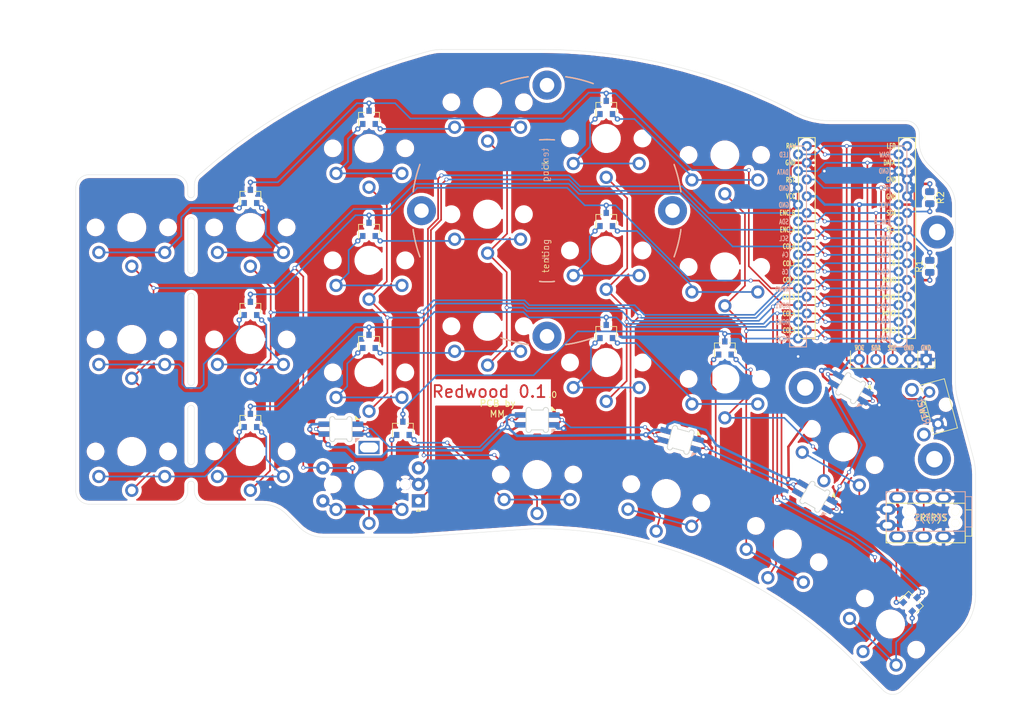
<source format=kicad_pcb>
(kicad_pcb (version 20171130) (host pcbnew "(5.1.10-1-10_14)")
  (layers (0 F.Cu signal) (31 B.Cu signal) (36 B.SilkS user hide) (37 F.SilkS user) (38 B.Mask user hide) (39 F.Mask user hide) (44 Edge.Cuts user))
  (net 0 "")
  (net 1 row0)
  (net 2 col0)
  (net 3 row1)
  (net 4 row2)
  (net 5 col1)
  (net 6 col2)
  (net 7 col3)
  (net 8 row3)
  (net 9 col4)
  (net 10 col5)
  (net 11 GND)
  (net 12 reset)
  (net 13 VCC)
  (net 14 data)
  (net 15 LED)
  (net 16 "Net-(D1-Pad2)")
  (net 17 "Net-(D2-Pad2)")
  (net 18 "Net-(D3-Pad2)")
  (net 19 "Net-(D4-Pad2)")
  (net 20 "Net-(D5-Pad2)")
  (net 21 "Net-(U1-Pad24)")
  (net 22 SDA)
  (net 23 SCL)
  (net 24 "Net-(U1-Pad8)")
  (net 25 "Net-(U1-Pad7)")
  (net 26 enc_a)
  (net 27 enc_b)
  (net 28 "Net-(D7-Pad1)")
  (net 29 "Net-(D7-Pad2)")
  (net 30 "Net-(D8-Pad1)")
  (net 31 "Net-(D8-Pad2)")
  (net 32 "Net-(D9-Pad1)")
  (net 33 "Net-(D9-Pad2)")
  (net 34 "Net-(D13-Pad2)")
  (net 35 "Net-(D13-Pad1)")
  (net 36 "Net-(D11-Pad2)")
  (net 37 "Net-(D11-Pad1)")
  (net 38 "Net-(D14-Pad2)")
  (net 39 "Net-(D14-Pad1)")
  (net 40 "Net-(D10-Pad2)")
  (net 41 "Net-(D10-Pad1)")
  (net 42 "Net-(D12-Pad2)")
  (net 43 "Net-(D12-Pad1)")
  (net 44 "Net-(D15-Pad2)")
  (net 45 "Net-(D15-Pad1)")
  (net 46 "Net-(D16-Pad2)")
  (net 47 "Net-(D16-Pad1)")
  (net 48 "Net-(D17-Pad2)")
  (net 49 "Net-(D17-Pad1)")
  (net 50 "Net-(D18-Pad2)")
  (net 51 "Net-(D18-Pad1)")
  (module redwood:pg1350-R (layer F.Cu) (at 215.140348 144.691248 135)
    (fp_text reference K24)
    (fp_text value SW_Key hide)
    (pad 2 connect custom (at -5 -3.8 135) (size 0.9 0.9) (layers B.Cu) (net 50 "Net-(D18-Pad2)") (options (clearance outline) (anchor circle)) (primitives (gr_line (start 0 0) (end 10 0) (width 0.254))))
    (pad "" np_thru_hole circle (at 0 0 135) (size 3.4 3.4) (drill 3.4) (layers *.Cu *.Mask))
    (pad "" np_thru_hole circle (at -5.5 0 135) (size 1.7 1.7) (drill 1.7) (layers *.Cu *.Mask))
    (pad "" np_thru_hole circle (at 5.5 0 135) (size 1.7 1.7) (drill 1.7) (layers *.Cu *.Mask))
    (pad 1 thru_hole circle (at 0 -5.9 135) (size 2 2) (drill 1.2) (layers *.Cu *.Mask) (net 9 col4))
    (pad 2 thru_hole circle (at 5 -3.8 135) (size 2 2) (drill 1.2) (layers *.Cu B.Mask) (net 50 "Net-(D18-Pad2)"))
    (pad 2 thru_hole circle (at -5 -3.8 135) (size 2 2) (drill 1.2) (layers *.Cu F.Mask) (net 50 "Net-(D18-Pad2)"))
  )
  (module redwood:pg1350-R (layer F.Cu) (at 207.978277 117.827488 150)
    (fp_text reference K19)
    (fp_text value SW_Key hide)
    (pad 2 connect custom (at -5 -3.8 150) (size 0.9 0.9) (layers B.Cu) (net 51 "Net-(D18-Pad1)") (options (clearance outline) (anchor circle)) (primitives (gr_line (start 0 0) (end 10 0) (width 0.254))))
    (pad "" np_thru_hole circle (at 0 0 150) (size 3.4 3.4) (drill 3.4) (layers *.Cu *.Mask))
    (pad "" np_thru_hole circle (at -5.5 0 150) (size 1.7 1.7) (drill 1.7) (layers *.Cu *.Mask))
    (pad "" np_thru_hole circle (at 5.5 0 150) (size 1.7 1.7) (drill 1.7) (layers *.Cu *.Mask))
    (pad 1 thru_hole circle (at 0 -5.9 150) (size 2 2) (drill 1.2) (layers *.Cu *.Mask) (net 10 col5))
    (pad 2 thru_hole circle (at 5 -3.8 150) (size 2 2) (drill 1.2) (layers *.Cu B.Mask) (net 51 "Net-(D18-Pad1)"))
    (pad 2 thru_hole circle (at -5 -3.8 150) (size 2 2) (drill 1.2) (layers *.Cu F.Mask) (net 51 "Net-(D18-Pad1)"))
  )
  (module redwood:pg1350-R (layer F.Cu) (at 199.478277 132.54992 150)
    (fp_text reference K23)
    (fp_text value SW_Key hide)
    (pad 2 connect custom (at -5 -3.8 150) (size 0.9 0.9) (layers B.Cu) (net 48 "Net-(D17-Pad2)") (options (clearance outline) (anchor circle)) (primitives (gr_line (start 0 0) (end 10 0) (width 0.254))))
    (pad "" np_thru_hole circle (at 0 0 150) (size 3.4 3.4) (drill 3.4) (layers *.Cu *.Mask))
    (pad "" np_thru_hole circle (at -5.5 0 150) (size 1.7 1.7) (drill 1.7) (layers *.Cu *.Mask))
    (pad "" np_thru_hole circle (at 5.5 0 150) (size 1.7 1.7) (drill 1.7) (layers *.Cu *.Mask))
    (pad 1 thru_hole circle (at 0 -5.9 150) (size 2 2) (drill 1.2) (layers *.Cu *.Mask) (net 7 col3))
    (pad 2 thru_hole circle (at 5 -3.8 150) (size 2 2) (drill 1.2) (layers *.Cu B.Mask) (net 48 "Net-(D17-Pad2)"))
    (pad 2 thru_hole circle (at -5 -3.8 150) (size 2 2) (drill 1.2) (layers *.Cu F.Mask) (net 48 "Net-(D17-Pad2)"))
  )
  (module redwood:pg1350-R (layer F.Cu) (at 181.110001 124.886666 165)
    (fp_text reference K22)
    (fp_text value SW_Key hide)
    (pad 2 connect custom (at -5 -3.8 165) (size 0.9 0.9) (layers B.Cu) (net 49 "Net-(D17-Pad1)") (options (clearance outline) (anchor circle)) (primitives (gr_line (start 0 0) (end 10 0) (width 0.254))))
    (pad "" np_thru_hole circle (at 0 0 165) (size 3.4 3.4) (drill 3.4) (layers *.Cu *.Mask))
    (pad "" np_thru_hole circle (at -5.5 0 165) (size 1.7 1.7) (drill 1.7) (layers *.Cu *.Mask))
    (pad "" np_thru_hole circle (at 5.5 0 165) (size 1.7 1.7) (drill 1.7) (layers *.Cu *.Mask))
    (pad 1 thru_hole circle (at 0 -5.9 165) (size 2 2) (drill 1.2) (layers *.Cu *.Mask) (net 6 col2))
    (pad 2 thru_hole circle (at 5 -3.8 165) (size 2 2) (drill 1.2) (layers *.Cu B.Mask) (net 49 "Net-(D17-Pad1)"))
    (pad 2 thru_hole circle (at -5 -3.8 165) (size 2 2) (drill 1.2) (layers *.Cu F.Mask) (net 49 "Net-(D17-Pad1)"))
  )
  (module redwood:pg1350-R (layer F.Cu) (at 161.5 122 180)
    (fp_text reference K21)
    (fp_text value SW_Key hide)
    (pad 2 connect custom (at -5 -3.8 180) (size 0.9 0.9) (layers B.Cu) (net 46 "Net-(D16-Pad2)") (options (clearance outline) (anchor circle)) (primitives (gr_line (start 0 0) (end 10 0) (width 0.254))))
    (pad "" np_thru_hole circle (at 0 0 180) (size 3.4 3.4) (drill 3.4) (layers *.Cu *.Mask))
    (pad "" np_thru_hole circle (at -5.5 0 180) (size 1.7 1.7) (drill 1.7) (layers *.Cu *.Mask))
    (pad "" np_thru_hole circle (at 5.5 0 180) (size 1.7 1.7) (drill 1.7) (layers *.Cu *.Mask))
    (pad 1 thru_hole circle (at 0 -5.9 180) (size 2 2) (drill 1.2) (layers *.Cu *.Mask) (net 5 col1))
    (pad 2 thru_hole circle (at 5 -3.8 180) (size 2 2) (drill 1.2) (layers *.Cu B.Mask) (net 46 "Net-(D16-Pad2)"))
    (pad 2 thru_hole circle (at -5 -3.8 180) (size 2 2) (drill 1.2) (layers *.Cu F.Mask) (net 46 "Net-(D16-Pad2)"))
  )
  (module redwood:pg1350-R (layer F.Cu) (at 190 107.5 180)
    (fp_text reference K18)
    (fp_text value SW_Key hide)
    (pad 2 connect custom (at -5 -3.8 180) (size 0.9 0.9) (layers B.Cu) (net 44 "Net-(D15-Pad2)") (options (clearance outline) (anchor circle)) (primitives (gr_line (start 0 0) (end 10 0) (width 0.254))))
    (pad "" np_thru_hole circle (at 0 0 180) (size 3.4 3.4) (drill 3.4) (layers *.Cu *.Mask))
    (pad "" np_thru_hole circle (at -5.5 0 180) (size 1.7 1.7) (drill 1.7) (layers *.Cu *.Mask))
    (pad "" np_thru_hole circle (at 5.5 0 180) (size 1.7 1.7) (drill 1.7) (layers *.Cu *.Mask))
    (pad 1 thru_hole circle (at 0 -5.9 180) (size 2 2) (drill 1.2) (layers *.Cu *.Mask) (net 10 col5))
    (pad 2 thru_hole circle (at 5 -3.8 180) (size 2 2) (drill 1.2) (layers *.Cu B.Mask) (net 44 "Net-(D15-Pad2)"))
    (pad 2 thru_hole circle (at -5 -3.8 180) (size 2 2) (drill 1.2) (layers *.Cu F.Mask) (net 44 "Net-(D15-Pad2)"))
  )
  (module redwood:pg1350-R (layer F.Cu) (at 172 105 180)
    (fp_text reference K17)
    (fp_text value SW_Key hide)
    (pad 2 connect custom (at -5 -3.8 180) (size 0.9 0.9) (layers B.Cu) (net 45 "Net-(D15-Pad1)") (options (clearance outline) (anchor circle)) (primitives (gr_line (start 0 0) (end 10 0) (width 0.254))))
    (pad "" np_thru_hole circle (at 0 0 180) (size 3.4 3.4) (drill 3.4) (layers *.Cu *.Mask))
    (pad "" np_thru_hole circle (at -5.5 0 180) (size 1.7 1.7) (drill 1.7) (layers *.Cu *.Mask))
    (pad "" np_thru_hole circle (at 5.5 0 180) (size 1.7 1.7) (drill 1.7) (layers *.Cu *.Mask))
    (pad 1 thru_hole circle (at 0 -5.9 180) (size 2 2) (drill 1.2) (layers *.Cu *.Mask) (net 9 col4))
    (pad 2 thru_hole circle (at 5 -3.8 180) (size 2 2) (drill 1.2) (layers *.Cu B.Mask) (net 45 "Net-(D15-Pad1)"))
    (pad 2 thru_hole circle (at -5 -3.8 180) (size 2 2) (drill 1.2) (layers *.Cu F.Mask) (net 45 "Net-(D15-Pad1)"))
  )
  (module redwood:pg1350-R (layer F.Cu) (at 190 90.5 180)
    (fp_text reference K12)
    (fp_text value SW_Key hide)
    (pad 2 connect custom (at -5 -3.8 180) (size 0.9 0.9) (layers B.Cu) (net 42 "Net-(D12-Pad2)") (options (clearance outline) (anchor circle)) (primitives (gr_line (start 0 0) (end 10 0) (width 0.254))))
    (pad "" np_thru_hole circle (at 0 0 180) (size 3.4 3.4) (drill 3.4) (layers *.Cu *.Mask))
    (pad "" np_thru_hole circle (at -5.5 0 180) (size 1.7 1.7) (drill 1.7) (layers *.Cu *.Mask))
    (pad "" np_thru_hole circle (at 5.5 0 180) (size 1.7 1.7) (drill 1.7) (layers *.Cu *.Mask))
    (pad 1 thru_hole circle (at 0 -5.9 180) (size 2 2) (drill 1.2) (layers *.Cu *.Mask) (net 10 col5))
    (pad 2 thru_hole circle (at 5 -3.8 180) (size 2 2) (drill 1.2) (layers *.Cu B.Mask) (net 42 "Net-(D12-Pad2)"))
    (pad 2 thru_hole circle (at -5 -3.8 180) (size 2 2) (drill 1.2) (layers *.Cu F.Mask) (net 42 "Net-(D12-Pad2)"))
  )
  (module redwood:pg1350-R (layer F.Cu) (at 172 88 180)
    (fp_text reference K11)
    (fp_text value SW_Key hide)
    (pad 2 connect custom (at -5 -3.8 180) (size 0.9 0.9) (layers B.Cu) (net 43 "Net-(D12-Pad1)") (options (clearance outline) (anchor circle)) (primitives (gr_line (start 0 0) (end 10 0) (width 0.254))))
    (pad "" np_thru_hole circle (at 0 0 180) (size 3.4 3.4) (drill 3.4) (layers *.Cu *.Mask))
    (pad "" np_thru_hole circle (at -5.5 0 180) (size 1.7 1.7) (drill 1.7) (layers *.Cu *.Mask))
    (pad "" np_thru_hole circle (at 5.5 0 180) (size 1.7 1.7) (drill 1.7) (layers *.Cu *.Mask))
    (pad 1 thru_hole circle (at 0 -5.9 180) (size 2 2) (drill 1.2) (layers *.Cu *.Mask) (net 9 col4))
    (pad 2 thru_hole circle (at 5 -3.8 180) (size 2 2) (drill 1.2) (layers *.Cu B.Mask) (net 43 "Net-(D12-Pad1)"))
    (pad 2 thru_hole circle (at -5 -3.8 180) (size 2 2) (drill 1.2) (layers *.Cu F.Mask) (net 43 "Net-(D12-Pad1)"))
  )
  (module redwood:pg1350-R (layer F.Cu) (at 190 73.5 180)
    (fp_text reference K6)
    (fp_text value SW_Key hide)
    (pad 2 connect custom (at -5 -3.8 180) (size 0.9 0.9) (layers B.Cu) (net 33 "Net-(D9-Pad2)") (options (clearance outline) (anchor circle)) (primitives (gr_line (start 0 0) (end 10 0) (width 0.254))))
    (pad "" np_thru_hole circle (at 0 0 180) (size 3.4 3.4) (drill 3.4) (layers *.Cu *.Mask))
    (pad "" np_thru_hole circle (at -5.5 0 180) (size 1.7 1.7) (drill 1.7) (layers *.Cu *.Mask))
    (pad "" np_thru_hole circle (at 5.5 0 180) (size 1.7 1.7) (drill 1.7) (layers *.Cu *.Mask))
    (pad 1 thru_hole circle (at 0 -5.9 180) (size 2 2) (drill 1.2) (layers *.Cu *.Mask) (net 10 col5))
    (pad 2 thru_hole circle (at 5 -3.8 180) (size 2 2) (drill 1.2) (layers *.Cu B.Mask) (net 33 "Net-(D9-Pad2)"))
    (pad 2 thru_hole circle (at -5 -3.8 180) (size 2 2) (drill 1.2) (layers *.Cu F.Mask) (net 33 "Net-(D9-Pad2)"))
  )
  (module redwood:pg1350-R (layer F.Cu) (at 172 71 180)
    (fp_text reference K5)
    (fp_text value SW_Key hide)
    (pad 2 connect custom (at -5 -3.8 180) (size 0.9 0.9) (layers B.Cu) (net 32 "Net-(D9-Pad1)") (options (clearance outline) (anchor circle)) (primitives (gr_line (start 0 0) (end 10 0) (width 0.254))))
    (pad "" np_thru_hole circle (at 0 0 180) (size 3.4 3.4) (drill 3.4) (layers *.Cu *.Mask))
    (pad "" np_thru_hole circle (at -5.5 0 180) (size 1.7 1.7) (drill 1.7) (layers *.Cu *.Mask))
    (pad "" np_thru_hole circle (at 5.5 0 180) (size 1.7 1.7) (drill 1.7) (layers *.Cu *.Mask))
    (pad 1 thru_hole circle (at 0 -5.9 180) (size 2 2) (drill 1.2) (layers *.Cu *.Mask) (net 9 col4))
    (pad 2 thru_hole circle (at 5 -3.8 180) (size 2 2) (drill 1.2) (layers *.Cu B.Mask) (net 32 "Net-(D9-Pad1)"))
    (pad 2 thru_hole circle (at -5 -3.8 180) (size 2 2) (drill 1.2) (layers *.Cu F.Mask) (net 32 "Net-(D9-Pad1)"))
  )
  (module redwood:pg1350-R (layer F.Cu) (at 154 99.5 180)
    (fp_text reference K16)
    (fp_text value SW_Key hide)
    (pad 2 connect custom (at -5 -3.8 180) (size 0.9 0.9) (layers B.Cu) (net 38 "Net-(D14-Pad2)") (options (clearance outline) (anchor circle)) (primitives (gr_line (start 0 0) (end 10 0) (width 0.254))))
    (pad "" np_thru_hole circle (at 0 0 180) (size 3.4 3.4) (drill 3.4) (layers *.Cu *.Mask))
    (pad "" np_thru_hole circle (at -5.5 0 180) (size 1.7 1.7) (drill 1.7) (layers *.Cu *.Mask))
    (pad "" np_thru_hole circle (at 5.5 0 180) (size 1.7 1.7) (drill 1.7) (layers *.Cu *.Mask))
    (pad 1 thru_hole circle (at 0 -5.9 180) (size 2 2) (drill 1.2) (layers *.Cu *.Mask) (net 7 col3))
    (pad 2 thru_hole circle (at 5 -3.8 180) (size 2 2) (drill 1.2) (layers *.Cu B.Mask) (net 38 "Net-(D14-Pad2)"))
    (pad 2 thru_hole circle (at -5 -3.8 180) (size 2 2) (drill 1.2) (layers *.Cu F.Mask) (net 38 "Net-(D14-Pad2)"))
  )
  (module redwood:pg1350-R (layer F.Cu) (at 136 106.5 180)
    (fp_text reference K15)
    (fp_text value SW_Key hide)
    (pad 2 connect custom (at -5 -3.8 180) (size 0.9 0.9) (layers B.Cu) (net 39 "Net-(D14-Pad1)") (options (clearance outline) (anchor circle)) (primitives (gr_line (start 0 0) (end 10 0) (width 0.254))))
    (pad "" np_thru_hole circle (at 0 0 180) (size 3.4 3.4) (drill 3.4) (layers *.Cu *.Mask))
    (pad "" np_thru_hole circle (at -5.5 0 180) (size 1.7 1.7) (drill 1.7) (layers *.Cu *.Mask))
    (pad "" np_thru_hole circle (at 5.5 0 180) (size 1.7 1.7) (drill 1.7) (layers *.Cu *.Mask))
    (pad 1 thru_hole circle (at 0 -5.9 180) (size 2 2) (drill 1.2) (layers *.Cu *.Mask) (net 6 col2))
    (pad 2 thru_hole circle (at 5 -3.8 180) (size 2 2) (drill 1.2) (layers *.Cu B.Mask) (net 39 "Net-(D14-Pad1)"))
    (pad 2 thru_hole circle (at -5 -3.8 180) (size 2 2) (drill 1.2) (layers *.Cu F.Mask) (net 39 "Net-(D14-Pad1)"))
  )
  (module redwood:pg1350-R (layer F.Cu) (at 154 82.5 180)
    (fp_text reference K10)
    (fp_text value SW_Key hide)
    (pad 2 connect custom (at -5 -3.8 180) (size 0.9 0.9) (layers B.Cu) (net 36 "Net-(D11-Pad2)") (options (clearance outline) (anchor circle)) (primitives (gr_line (start 0 0) (end 10 0) (width 0.254))))
    (pad "" np_thru_hole circle (at 0 0 180) (size 3.4 3.4) (drill 3.4) (layers *.Cu *.Mask))
    (pad "" np_thru_hole circle (at -5.5 0 180) (size 1.7 1.7) (drill 1.7) (layers *.Cu *.Mask))
    (pad "" np_thru_hole circle (at 5.5 0 180) (size 1.7 1.7) (drill 1.7) (layers *.Cu *.Mask))
    (pad 1 thru_hole circle (at 0 -5.9 180) (size 2 2) (drill 1.2) (layers *.Cu *.Mask) (net 7 col3))
    (pad 2 thru_hole circle (at 5 -3.8 180) (size 2 2) (drill 1.2) (layers *.Cu B.Mask) (net 36 "Net-(D11-Pad2)"))
    (pad 2 thru_hole circle (at -5 -3.8 180) (size 2 2) (drill 1.2) (layers *.Cu F.Mask) (net 36 "Net-(D11-Pad2)"))
  )
  (module redwood:pg1350-R (layer F.Cu) (at 136 89.5 180)
    (fp_text reference K9)
    (fp_text value SW_Key hide)
    (pad 2 connect custom (at -5 -3.8 180) (size 0.9 0.9) (layers B.Cu) (net 37 "Net-(D11-Pad1)") (options (clearance outline) (anchor circle)) (primitives (gr_line (start 0 0) (end 10 0) (width 0.254))))
    (pad "" np_thru_hole circle (at 0 0 180) (size 3.4 3.4) (drill 3.4) (layers *.Cu *.Mask))
    (pad "" np_thru_hole circle (at -5.5 0 180) (size 1.7 1.7) (drill 1.7) (layers *.Cu *.Mask))
    (pad "" np_thru_hole circle (at 5.5 0 180) (size 1.7 1.7) (drill 1.7) (layers *.Cu *.Mask))
    (pad 1 thru_hole circle (at 0 -5.9 180) (size 2 2) (drill 1.2) (layers *.Cu *.Mask) (net 6 col2))
    (pad 2 thru_hole circle (at 5 -3.8 180) (size 2 2) (drill 1.2) (layers *.Cu B.Mask) (net 37 "Net-(D11-Pad1)"))
    (pad 2 thru_hole circle (at -5 -3.8 180) (size 2 2) (drill 1.2) (layers *.Cu F.Mask) (net 37 "Net-(D11-Pad1)"))
  )
  (module redwood:pg1350-R (layer F.Cu) (at 118 118.5 180)
    (fp_text reference K14)
    (fp_text value SW_Key hide)
    (pad 2 connect custom (at -5 -3.8 180) (size 0.9 0.9) (layers B.Cu) (net 34 "Net-(D13-Pad2)") (options (clearance outline) (anchor circle)) (primitives (gr_line (start 0 0) (end 10 0) (width 0.254))))
    (pad "" np_thru_hole circle (at 0 0 180) (size 3.4 3.4) (drill 3.4) (layers *.Cu *.Mask))
    (pad "" np_thru_hole circle (at -5.5 0 180) (size 1.7 1.7) (drill 1.7) (layers *.Cu *.Mask))
    (pad "" np_thru_hole circle (at 5.5 0 180) (size 1.7 1.7) (drill 1.7) (layers *.Cu *.Mask))
    (pad 1 thru_hole circle (at 0 -5.9 180) (size 2 2) (drill 1.2) (layers *.Cu *.Mask) (net 5 col1))
    (pad 2 thru_hole circle (at 5 -3.8 180) (size 2 2) (drill 1.2) (layers *.Cu B.Mask) (net 34 "Net-(D13-Pad2)"))
    (pad 2 thru_hole circle (at -5 -3.8 180) (size 2 2) (drill 1.2) (layers *.Cu F.Mask) (net 34 "Net-(D13-Pad2)"))
  )
  (module redwood:pg1350-R (layer F.Cu) (at 100 118.5 180)
    (fp_text reference K13)
    (fp_text value SW_Key hide)
    (pad 2 connect custom (at -5 -3.8 180) (size 0.9 0.9) (layers B.Cu) (net 35 "Net-(D13-Pad1)") (options (clearance outline) (anchor circle)) (primitives (gr_line (start 0 0) (end 10 0) (width 0.254))))
    (pad "" np_thru_hole circle (at 0 0 180) (size 3.4 3.4) (drill 3.4) (layers *.Cu *.Mask))
    (pad "" np_thru_hole circle (at -5.5 0 180) (size 1.7 1.7) (drill 1.7) (layers *.Cu *.Mask))
    (pad "" np_thru_hole circle (at 5.5 0 180) (size 1.7 1.7) (drill 1.7) (layers *.Cu *.Mask))
    (pad 1 thru_hole circle (at 0 -5.9 180) (size 2 2) (drill 1.2) (layers *.Cu *.Mask) (net 2 col0))
    (pad 2 thru_hole circle (at 5 -3.8 180) (size 2 2) (drill 1.2) (layers *.Cu B.Mask) (net 35 "Net-(D13-Pad1)"))
    (pad 2 thru_hole circle (at -5 -3.8 180) (size 2 2) (drill 1.2) (layers *.Cu F.Mask) (net 35 "Net-(D13-Pad1)"))
  )
  (module redwood:pg1350-R (layer F.Cu) (at 118 84.5 180)
    (fp_text reference K2)
    (fp_text value SW_Key hide)
    (pad 2 connect custom (at -5 -3.8 180) (size 0.9 0.9) (layers B.Cu) (net 29 "Net-(D7-Pad2)") (options (clearance outline) (anchor circle)) (primitives (gr_line (start 0 0) (end 10 0) (width 0.254))))
    (pad "" np_thru_hole circle (at 0 0 180) (size 3.4 3.4) (drill 3.4) (layers *.Cu *.Mask))
    (pad "" np_thru_hole circle (at -5.5 0 180) (size 1.7 1.7) (drill 1.7) (layers *.Cu *.Mask))
    (pad "" np_thru_hole circle (at 5.5 0 180) (size 1.7 1.7) (drill 1.7) (layers *.Cu *.Mask))
    (pad 1 thru_hole circle (at 0 -5.9 180) (size 2 2) (drill 1.2) (layers *.Cu *.Mask) (net 5 col1))
    (pad 2 thru_hole circle (at 5 -3.8 180) (size 2 2) (drill 1.2) (layers *.Cu B.Mask) (net 29 "Net-(D7-Pad2)"))
    (pad 2 thru_hole circle (at -5 -3.8 180) (size 2 2) (drill 1.2) (layers *.Cu F.Mask) (net 29 "Net-(D7-Pad2)"))
  )
  (module redwood:pg1350-R (layer F.Cu) (at 118 101.5 180)
    (fp_text reference K8)
    (fp_text value SW_Key hide)
    (pad 2 connect custom (at -5 -3.8 180) (size 0.9 0.9) (layers B.Cu) (net 40 "Net-(D10-Pad2)") (options (clearance outline) (anchor circle)) (primitives (gr_line (start 0 0) (end 10 0) (width 0.254))))
    (pad "" np_thru_hole circle (at 0 0 180) (size 3.4 3.4) (drill 3.4) (layers *.Cu *.Mask))
    (pad "" np_thru_hole circle (at -5.5 0 180) (size 1.7 1.7) (drill 1.7) (layers *.Cu *.Mask))
    (pad "" np_thru_hole circle (at 5.5 0 180) (size 1.7 1.7) (drill 1.7) (layers *.Cu *.Mask))
    (pad 1 thru_hole circle (at 0 -5.9 180) (size 2 2) (drill 1.2) (layers *.Cu *.Mask) (net 5 col1))
    (pad 2 thru_hole circle (at 5 -3.8 180) (size 2 2) (drill 1.2) (layers *.Cu B.Mask) (net 40 "Net-(D10-Pad2)"))
    (pad 2 thru_hole circle (at -5 -3.8 180) (size 2 2) (drill 1.2) (layers *.Cu F.Mask) (net 40 "Net-(D10-Pad2)"))
  )
  (module redwood:pg1350-R (layer F.Cu) (at 100 101.5 180)
    (fp_text reference K7)
    (fp_text value SW_Key hide)
    (pad 2 connect custom (at -5 -3.8 180) (size 0.9 0.9) (layers B.Cu) (net 41 "Net-(D10-Pad1)") (options (clearance outline) (anchor circle)) (primitives (gr_line (start 0 0) (end 10 0) (width 0.254))))
    (pad "" np_thru_hole circle (at 0 0 180) (size 3.4 3.4) (drill 3.4) (layers *.Cu *.Mask))
    (pad "" np_thru_hole circle (at -5.5 0 180) (size 1.7 1.7) (drill 1.7) (layers *.Cu *.Mask))
    (pad "" np_thru_hole circle (at 5.5 0 180) (size 1.7 1.7) (drill 1.7) (layers *.Cu *.Mask))
    (pad 1 thru_hole circle (at 0 -5.9 180) (size 2 2) (drill 1.2) (layers *.Cu *.Mask) (net 2 col0))
    (pad 2 thru_hole circle (at 5 -3.8 180) (size 2 2) (drill 1.2) (layers *.Cu B.Mask) (net 41 "Net-(D10-Pad1)"))
    (pad 2 thru_hole circle (at -5 -3.8 180) (size 2 2) (drill 1.2) (layers *.Cu F.Mask) (net 41 "Net-(D10-Pad1)"))
  )
  (module redwood:pg1350-R (layer F.Cu) (at 154 65.5 180)
    (fp_text reference K4)
    (fp_text value SW_Key hide)
    (pad 2 connect custom (at -5 -3.8 180) (size 0.9 0.9) (layers B.Cu) (net 31 "Net-(D8-Pad2)") (options (clearance outline) (anchor circle)) (primitives (gr_line (start 0 0) (end 10 0) (width 0.254))))
    (pad "" np_thru_hole circle (at 0 0 180) (size 3.4 3.4) (drill 3.4) (layers *.Cu *.Mask))
    (pad "" np_thru_hole circle (at -5.5 0 180) (size 1.7 1.7) (drill 1.7) (layers *.Cu *.Mask))
    (pad "" np_thru_hole circle (at 5.5 0 180) (size 1.7 1.7) (drill 1.7) (layers *.Cu *.Mask))
    (pad 1 thru_hole circle (at 0 -5.9 180) (size 2 2) (drill 1.2) (layers *.Cu *.Mask) (net 7 col3))
    (pad 2 thru_hole circle (at 5 -3.8 180) (size 2 2) (drill 1.2) (layers *.Cu B.Mask) (net 31 "Net-(D8-Pad2)"))
    (pad 2 thru_hole circle (at -5 -3.8 180) (size 2 2) (drill 1.2) (layers *.Cu F.Mask) (net 31 "Net-(D8-Pad2)"))
  )
  (module redwood:pg1350-R (layer F.Cu) (at 136 72.5 180)
    (fp_text reference K3)
    (fp_text value SW_Key hide)
    (pad 2 connect custom (at -5 -3.8 180) (size 0.9 0.9) (layers B.Cu) (net 30 "Net-(D8-Pad1)") (options (clearance outline) (anchor circle)) (primitives (gr_line (start 0 0) (end 10 0) (width 0.254))))
    (pad "" np_thru_hole circle (at 0 0 180) (size 3.4 3.4) (drill 3.4) (layers *.Cu *.Mask))
    (pad "" np_thru_hole circle (at -5.5 0 180) (size 1.7 1.7) (drill 1.7) (layers *.Cu *.Mask))
    (pad "" np_thru_hole circle (at 5.5 0 180) (size 1.7 1.7) (drill 1.7) (layers *.Cu *.Mask))
    (pad 1 thru_hole circle (at 0 -5.9 180) (size 2 2) (drill 1.2) (layers *.Cu *.Mask) (net 6 col2))
    (pad 2 thru_hole circle (at 5 -3.8 180) (size 2 2) (drill 1.2) (layers *.Cu B.Mask) (net 30 "Net-(D8-Pad1)"))
    (pad 2 thru_hole circle (at -5 -3.8 180) (size 2 2) (drill 1.2) (layers *.Cu F.Mask) (net 30 "Net-(D8-Pad1)"))
  )
  (module redwood:pg1350-R (layer F.Cu) (at 100 84.5 180)
    (fp_text reference K1)
    (fp_text value SW_Key hide)
    (pad 2 connect custom (at -5 -3.8 180) (size 0.9 0.9) (layers B.Cu) (net 28 "Net-(D7-Pad1)") (options (clearance outline) (anchor circle)) (primitives (gr_line (start 0 0) (end 10 0) (width 0.254))))
    (pad "" np_thru_hole circle (at 0 0 180) (size 3.4 3.4) (drill 3.4) (layers *.Cu *.Mask))
    (pad "" np_thru_hole circle (at -5.5 0 180) (size 1.7 1.7) (drill 1.7) (layers *.Cu *.Mask))
    (pad "" np_thru_hole circle (at 5.5 0 180) (size 1.7 1.7) (drill 1.7) (layers *.Cu *.Mask))
    (pad 1 thru_hole circle (at 0 -5.9 180) (size 2 2) (drill 1.2) (layers *.Cu *.Mask) (net 2 col0))
    (pad 2 thru_hole circle (at 5 -3.8 180) (size 2 2) (drill 1.2) (layers *.Cu B.Mask) (net 28 "Net-(D7-Pad1)"))
    (pad 2 thru_hole circle (at -5 -3.8 180) (size 2 2) (drill 1.2) (layers *.Cu F.Mask) (net 28 "Net-(D7-Pad1)"))
  )
  (module ki_syms:VIA-0.8mm (layer F.Cu) (at 201.12 104.09)
    (fp_text reference V2 hide)
    (fp_text value Via hide)
    (pad 1 thru_hole circle (at 0 0) (size 0.8 0.8) (drill 0.4) (layers *.Cu) (net 11 GND))
  )
  (module ki_syms:VIA-0.8mm (layer F.Cu) (at 121 123.9)
    (fp_text reference V1 hide)
    (fp_text value Via hide)
    (pad 1 thru_hole circle (at 0 0) (size 0.8 0.8) (drill 0.4) (layers *.Cu) (net 11 GND))
  )
  (module ki_syms:SW_Tactile_SPST_Angled_MJTP1117 (layer F.Cu) (at 221.05 109.48 285)
    (fp_text reference SW1 (at 2.5 1.68 105) (layer F.SilkS))
    (fp_text value Reset)
    (fp_text user Reset (at 2.64 1.68 105) (layer B.SilkS) (effects (justify mirror)))
    (pad "" np_thru_hole circle (at 2.5 -1.91 285) (size 1.2 1.2) (drill 1.2) (layers *.Cu *.Mask))
    (pad "" thru_hole circle (at -1 2.49 285) (size 2.1 2.1) (drill 1.3) (layers *.Cu *.Mask))
    (pad 1 thru_hole circle (at 0 0 285) (size 1.75 1.75) (drill 0.99) (layers *.Cu *.Mask) (net 12 reset))
    (pad 2 thru_hole circle (at 5 0 285) (size 1.75 1.75) (drill 0.99) (layers *.Cu *.Mask) (net 11 GND))
    (pad "" thru_hole circle (at 6.01 2.49 285) (size 2.1 2.1) (drill 1.3) (layers *.Cu *.Mask))
  )
  (module ki_syms:R_0805_2012Metric (layer F.Cu) (at 221.1 79.99 270)
    (fp_text reference R2 (at 0 -1.65 90) (layer F.SilkS))
    (fp_text value R:I2C)
    (pad 1 thru_hole custom (at -2.1 0 270) (size 0.8 0.8) (drill 0.4) (layers *.Cu) (net 13 VCC) (options (clearance outline) (anchor circle)) (primitives (gr_line (start 1.1875 0) (end 0 0) (width 0.254))))
    (pad 2 thru_hole custom (at 2.1 0 270) (size 0.8 0.8) (drill 0.4) (layers *.Cu) (net 22 SDA) (options (clearance outline) (anchor circle)) (primitives (gr_line (start -1.1875 0) (end 0 0) (width 0.254))))
    (pad 2 smd roundrect (at 0.9125 0 270) (size 1.025 1.4) (layers F.Cu F.Paste F.Mask) (roundrect_rratio 0.243902) (net 22 SDA))
    (pad 1 smd roundrect (at -0.9125 0 270) (size 1.025 1.4) (layers B.Cu B.Paste B.Mask) (roundrect_rratio 0.244) (net 13 VCC))
    (pad 1 connect roundrect (at -0.9125 0 270) (size 1.025 1.4) (layers F.Cu F.Mask) (roundrect_rratio 0.244) (net 13 VCC))
    (pad 2 smd roundrect (at 0.9125 0 270) (size 1.025 1.4) (layers B.Cu B.Paste B.Mask) (roundrect_rratio 0.244) (net 22 SDA))
  )
  (module ki_syms:R_0805_2012Metric (layer F.Cu) (at 221.1 90.41 90)
    (fp_text reference R1 (at 0 -1.65 90) (layer F.SilkS))
    (fp_text value R:I2C)
    (pad 1 thru_hole custom (at -2.1 0 90) (size 0.8 0.8) (drill 0.4) (layers *.Cu) (net 13 VCC) (options (clearance outline) (anchor circle)) (primitives (gr_line (start 1.1875 0) (end 0 0) (width 0.254))))
    (pad 2 thru_hole custom (at 2.1 0 90) (size 0.8 0.8) (drill 0.4) (layers *.Cu) (net 23 SCL) (options (clearance outline) (anchor circle)) (primitives (gr_line (start -1.1875 0) (end 0 0) (width 0.254))))
    (pad 2 smd roundrect (at 0.9125 0 90) (size 1.025 1.4) (layers F.Cu F.Paste F.Mask) (roundrect_rratio 0.243902) (net 23 SCL))
    (pad 1 smd roundrect (at -0.9125 0 90) (size 1.025 1.4) (layers B.Cu B.Paste B.Mask) (roundrect_rratio 0.244) (net 13 VCC))
    (pad 1 connect roundrect (at -0.9125 0 90) (size 1.025 1.4) (layers F.Cu F.Mask) (roundrect_rratio 0.244) (net 13 VCC))
    (pad 2 smd roundrect (at 0.9125 0 90) (size 1.025 1.4) (layers B.Cu B.Paste B.Mask) (roundrect_rratio 0.244) (net 23 SCL))
  )
  (module ki_syms:SOT-23 (layer F.Cu) (at 218.463749 141.367847 45)
    (fp_text reference D18 hide)
    (fp_text value BAV70 hide)
    (pad 2 thru_hole custom (at -1.75 1.7 45) (size 0.8 0.8) (drill 0.4) (layers *.Cu) (net 50 "Net-(D18-Pad2)") (options (clearance outline) (anchor circle)) (primitives (gr_line (start 0.75 -0.75) (end 0 0) (width 0.254))))
    (pad 1 thru_hole custom (at -1.75 -1.7 45) (size 0.8 0.8) (drill 0.4) (layers *.Cu) (net 51 "Net-(D18-Pad1)") (options (clearance outline) (anchor circle)) (primitives (gr_line (start 0.75 0.75) (end 0 0) (width 0.254))))
    (pad 3 smd rect (at 1 0 45) (size 0.9 0.8) (layers B.Cu B.Paste B.Mask) (net 8 row3))
    (pad 3 thru_hole custom (at 2.15 0 45) (size 0.8 0.8) (drill 0.4) (layers *.Cu) (net 8 row3) (options (clearance outline) (anchor circle)) (primitives (gr_line (start 0 0) (end -1.15 0) (width 0.254))))
    (pad 1 smd rect (at -1 -0.95 45) (size 0.9 0.8) (layers B.Cu B.Paste B.Mask) (net 51 "Net-(D18-Pad1)"))
    (pad 1 smd rect (at -1 -0.95 45) (size 0.9 0.8) (layers F.Cu F.Paste F.Mask) (net 51 "Net-(D18-Pad1)"))
    (pad 2 smd rect (at -1 0.95 45) (size 0.9 0.8) (layers B.Cu B.Paste B.Mask) (net 50 "Net-(D18-Pad2)"))
    (pad 2 smd rect (at -1 0.95 45) (size 0.9 0.8) (layers F.Cu F.Paste F.Mask) (net 50 "Net-(D18-Pad2)"))
    (pad 3 smd rect (at 1 0 45) (size 0.9 0.8) (layers F.Cu F.Paste F.Mask) (net 8 row3))
  )
  (module ki_syms:SOT-23 (layer F.Cu) (at 190 102.8 90)
    (fp_text reference D17 hide)
    (fp_text value BAV70 hide)
    (pad 2 thru_hole custom (at -1.75 1.7 90) (size 0.8 0.8) (drill 0.4) (layers *.Cu) (net 48 "Net-(D17-Pad2)") (options (clearance outline) (anchor circle)) (primitives (gr_line (start 0.75 -0.75) (end 0 0) (width 0.254))))
    (pad 1 thru_hole custom (at -1.75 -1.7 90) (size 0.8 0.8) (drill 0.4) (layers *.Cu) (net 49 "Net-(D17-Pad1)") (options (clearance outline) (anchor circle)) (primitives (gr_line (start 0.75 0.75) (end 0 0) (width 0.254))))
    (pad 3 smd rect (at 1 0 90) (size 0.9 0.8) (layers B.Cu B.Paste B.Mask) (net 8 row3))
    (pad 3 thru_hole custom (at 2.15 0 90) (size 0.8 0.8) (drill 0.4) (layers *.Cu) (net 8 row3) (options (clearance outline) (anchor circle)) (primitives (gr_line (start 0 0) (end -1.15 0) (width 0.254))))
    (pad 1 smd rect (at -1 -0.95 90) (size 0.9 0.8) (layers B.Cu B.Paste B.Mask) (net 49 "Net-(D17-Pad1)"))
    (pad 1 smd rect (at -1 -0.95 90) (size 0.9 0.8) (layers F.Cu F.Paste F.Mask) (net 49 "Net-(D17-Pad1)"))
    (pad 2 smd rect (at -1 0.95 90) (size 0.9 0.8) (layers B.Cu B.Paste B.Mask) (net 48 "Net-(D17-Pad2)"))
    (pad 2 smd rect (at -1 0.95 90) (size 0.9 0.8) (layers F.Cu F.Paste F.Mask) (net 48 "Net-(D17-Pad2)"))
    (pad 3 smd rect (at 1 0 90) (size 0.9 0.8) (layers F.Cu F.Paste F.Mask) (net 8 row3))
  )
  (module ki_syms:SOT-23 (layer F.Cu) (at 141.14 114.99 90)
    (fp_text reference D16 hide)
    (fp_text value BAV70 hide)
    (pad 2 thru_hole custom (at -1.75 1.7 90) (size 0.8 0.8) (drill 0.4) (layers *.Cu) (net 46 "Net-(D16-Pad2)") (options (clearance outline) (anchor circle)) (primitives (gr_line (start 0.75 -0.75) (end 0 0) (width 0.254))))
    (pad 1 thru_hole custom (at -1.75 -1.7 90) (size 0.8 0.8) (drill 0.4) (layers *.Cu) (net 47 "Net-(D16-Pad1)") (options (clearance outline) (anchor circle)) (primitives (gr_line (start 0.75 0.75) (end 0 0) (width 0.254))))
    (pad 3 smd rect (at 1 0 90) (size 0.9 0.8) (layers B.Cu B.Paste B.Mask) (net 8 row3))
    (pad 3 thru_hole custom (at 2.15 0 90) (size 0.8 0.8) (drill 0.4) (layers *.Cu) (net 8 row3) (options (clearance outline) (anchor circle)) (primitives (gr_line (start 0 0) (end -1.15 0) (width 0.254))))
    (pad 1 smd rect (at -1 -0.95 90) (size 0.9 0.8) (layers B.Cu B.Paste B.Mask) (net 47 "Net-(D16-Pad1)"))
    (pad 1 smd rect (at -1 -0.95 90) (size 0.9 0.8) (layers F.Cu F.Paste F.Mask) (net 47 "Net-(D16-Pad1)"))
    (pad 2 smd rect (at -1 0.95 90) (size 0.9 0.8) (layers B.Cu B.Paste B.Mask) (net 46 "Net-(D16-Pad2)"))
    (pad 2 smd rect (at -1 0.95 90) (size 0.9 0.8) (layers F.Cu F.Paste F.Mask) (net 46 "Net-(D16-Pad2)"))
    (pad 3 smd rect (at 1 0 90) (size 0.9 0.8) (layers F.Cu F.Paste F.Mask) (net 8 row3))
  )
  (module ki_syms:SOT-23 (layer F.Cu) (at 172 100.3 90)
    (fp_text reference D15 hide)
    (fp_text value BAV70 hide)
    (pad 2 thru_hole custom (at -1.75 1.7 90) (size 0.8 0.8) (drill 0.4) (layers *.Cu) (net 44 "Net-(D15-Pad2)") (options (clearance outline) (anchor circle)) (primitives (gr_line (start 0.75 -0.75) (end 0 0) (width 0.254))))
    (pad 1 thru_hole custom (at -1.75 -1.7 90) (size 0.8 0.8) (drill 0.4) (layers *.Cu) (net 45 "Net-(D15-Pad1)") (options (clearance outline) (anchor circle)) (primitives (gr_line (start 0.75 0.75) (end 0 0) (width 0.254))))
    (pad 3 smd rect (at 1 0 90) (size 0.9 0.8) (layers B.Cu B.Paste B.Mask) (net 4 row2))
    (pad 3 thru_hole custom (at 2.15 0 90) (size 0.8 0.8) (drill 0.4) (layers *.Cu) (net 4 row2) (options (clearance outline) (anchor circle)) (primitives (gr_line (start 0 0) (end -1.15 0) (width 0.254))))
    (pad 1 smd rect (at -1 -0.95 90) (size 0.9 0.8) (layers B.Cu B.Paste B.Mask) (net 45 "Net-(D15-Pad1)"))
    (pad 1 smd rect (at -1 -0.95 90) (size 0.9 0.8) (layers F.Cu F.Paste F.Mask) (net 45 "Net-(D15-Pad1)"))
    (pad 2 smd rect (at -1 0.95 90) (size 0.9 0.8) (layers B.Cu B.Paste B.Mask) (net 44 "Net-(D15-Pad2)"))
    (pad 2 smd rect (at -1 0.95 90) (size 0.9 0.8) (layers F.Cu F.Paste F.Mask) (net 44 "Net-(D15-Pad2)"))
    (pad 3 smd rect (at 1 0 90) (size 0.9 0.8) (layers F.Cu F.Paste F.Mask) (net 4 row2))
  )
  (module ki_syms:SOT-23 (layer F.Cu) (at 136 101.8 90)
    (fp_text reference D14 hide)
    (fp_text value BAV70 hide)
    (pad 2 thru_hole custom (at -1.75 1.7 90) (size 0.8 0.8) (drill 0.4) (layers *.Cu) (net 38 "Net-(D14-Pad2)") (options (clearance outline) (anchor circle)) (primitives (gr_line (start 0.75 -0.75) (end 0 0) (width 0.254))))
    (pad 1 thru_hole custom (at -1.75 -1.7 90) (size 0.8 0.8) (drill 0.4) (layers *.Cu) (net 39 "Net-(D14-Pad1)") (options (clearance outline) (anchor circle)) (primitives (gr_line (start 0.75 0.75) (end 0 0) (width 0.254))))
    (pad 3 smd rect (at 1 0 90) (size 0.9 0.8) (layers B.Cu B.Paste B.Mask) (net 4 row2))
    (pad 3 thru_hole custom (at 2.15 0 90) (size 0.8 0.8) (drill 0.4) (layers *.Cu) (net 4 row2) (options (clearance outline) (anchor circle)) (primitives (gr_line (start 0 0) (end -1.15 0) (width 0.254))))
    (pad 1 smd rect (at -1 -0.95 90) (size 0.9 0.8) (layers B.Cu B.Paste B.Mask) (net 39 "Net-(D14-Pad1)"))
    (pad 1 smd rect (at -1 -0.95 90) (size 0.9 0.8) (layers F.Cu F.Paste F.Mask) (net 39 "Net-(D14-Pad1)"))
    (pad 2 smd rect (at -1 0.95 90) (size 0.9 0.8) (layers B.Cu B.Paste B.Mask) (net 38 "Net-(D14-Pad2)"))
    (pad 2 smd rect (at -1 0.95 90) (size 0.9 0.8) (layers F.Cu F.Paste F.Mask) (net 38 "Net-(D14-Pad2)"))
    (pad 3 smd rect (at 1 0 90) (size 0.9 0.8) (layers F.Cu F.Paste F.Mask) (net 4 row2))
  )
  (module ki_syms:SOT-23 (layer F.Cu) (at 118 113.8 90)
    (fp_text reference D13 hide)
    (fp_text value BAV70 hide)
    (pad 2 thru_hole custom (at -1.75 1.7 90) (size 0.8 0.8) (drill 0.4) (layers *.Cu) (net 34 "Net-(D13-Pad2)") (options (clearance outline) (anchor circle)) (primitives (gr_line (start 0.75 -0.75) (end 0 0) (width 0.254))))
    (pad 1 thru_hole custom (at -1.75 -1.7 90) (size 0.8 0.8) (drill 0.4) (layers *.Cu) (net 35 "Net-(D13-Pad1)") (options (clearance outline) (anchor circle)) (primitives (gr_line (start 0.75 0.75) (end 0 0) (width 0.254))))
    (pad 3 smd rect (at 1 0 90) (size 0.9 0.8) (layers B.Cu B.Paste B.Mask) (net 4 row2))
    (pad 3 thru_hole custom (at 2.15 0 90) (size 0.8 0.8) (drill 0.4) (layers *.Cu) (net 4 row2) (options (clearance outline) (anchor circle)) (primitives (gr_line (start 0 0) (end -1.15 0) (width 0.254))))
    (pad 1 smd rect (at -1 -0.95 90) (size 0.9 0.8) (layers B.Cu B.Paste B.Mask) (net 35 "Net-(D13-Pad1)"))
    (pad 1 smd rect (at -1 -0.95 90) (size 0.9 0.8) (layers F.Cu F.Paste F.Mask) (net 35 "Net-(D13-Pad1)"))
    (pad 2 smd rect (at -1 0.95 90) (size 0.9 0.8) (layers B.Cu B.Paste B.Mask) (net 34 "Net-(D13-Pad2)"))
    (pad 2 smd rect (at -1 0.95 90) (size 0.9 0.8) (layers F.Cu F.Paste F.Mask) (net 34 "Net-(D13-Pad2)"))
    (pad 3 smd rect (at 1 0 90) (size 0.9 0.8) (layers F.Cu F.Paste F.Mask) (net 4 row2))
  )
  (module ki_syms:SOT-23 (layer F.Cu) (at 172 83.3 90)
    (fp_text reference D12 hide)
    (fp_text value BAV70 hide)
    (pad 2 thru_hole custom (at -1.75 1.7 90) (size 0.8 0.8) (drill 0.4) (layers *.Cu) (net 42 "Net-(D12-Pad2)") (options (clearance outline) (anchor circle)) (primitives (gr_line (start 0.75 -0.75) (end 0 0) (width 0.254))))
    (pad 1 thru_hole custom (at -1.75 -1.7 90) (size 0.8 0.8) (drill 0.4) (layers *.Cu) (net 43 "Net-(D12-Pad1)") (options (clearance outline) (anchor circle)) (primitives (gr_line (start 0.75 0.75) (end 0 0) (width 0.254))))
    (pad 3 smd rect (at 1 0 90) (size 0.9 0.8) (layers B.Cu B.Paste B.Mask) (net 3 row1))
    (pad 3 thru_hole custom (at 2.15 0 90) (size 0.8 0.8) (drill 0.4) (layers *.Cu) (net 3 row1) (options (clearance outline) (anchor circle)) (primitives (gr_line (start 0 0) (end -1.15 0) (width 0.254))))
    (pad 1 smd rect (at -1 -0.95 90) (size 0.9 0.8) (layers B.Cu B.Paste B.Mask) (net 43 "Net-(D12-Pad1)"))
    (pad 1 smd rect (at -1 -0.95 90) (size 0.9 0.8) (layers F.Cu F.Paste F.Mask) (net 43 "Net-(D12-Pad1)"))
    (pad 2 smd rect (at -1 0.95 90) (size 0.9 0.8) (layers B.Cu B.Paste B.Mask) (net 42 "Net-(D12-Pad2)"))
    (pad 2 smd rect (at -1 0.95 90) (size 0.9 0.8) (layers F.Cu F.Paste F.Mask) (net 42 "Net-(D12-Pad2)"))
    (pad 3 smd rect (at 1 0 90) (size 0.9 0.8) (layers F.Cu F.Paste F.Mask) (net 3 row1))
  )
  (module ki_syms:SOT-23 (layer F.Cu) (at 136 84.8 90)
    (fp_text reference D11 hide)
    (fp_text value BAV70 hide)
    (pad 2 thru_hole custom (at -1.75 1.7 90) (size 0.8 0.8) (drill 0.4) (layers *.Cu) (net 36 "Net-(D11-Pad2)") (options (clearance outline) (anchor circle)) (primitives (gr_line (start 0.75 -0.75) (end 0 0) (width 0.254))))
    (pad 1 thru_hole custom (at -1.75 -1.7 90) (size 0.8 0.8) (drill 0.4) (layers *.Cu) (net 37 "Net-(D11-Pad1)") (options (clearance outline) (anchor circle)) (primitives (gr_line (start 0.75 0.75) (end 0 0) (width 0.254))))
    (pad 3 smd rect (at 1 0 90) (size 0.9 0.8) (layers B.Cu B.Paste B.Mask) (net 3 row1))
    (pad 3 thru_hole custom (at 2.15 0 90) (size 0.8 0.8) (drill 0.4) (layers *.Cu) (net 3 row1) (options (clearance outline) (anchor circle)) (primitives (gr_line (start 0 0) (end -1.15 0) (width 0.254))))
    (pad 1 smd rect (at -1 -0.95 90) (size 0.9 0.8) (layers B.Cu B.Paste B.Mask) (net 37 "Net-(D11-Pad1)"))
    (pad 1 smd rect (at -1 -0.95 90) (size 0.9 0.8) (layers F.Cu F.Paste F.Mask) (net 37 "Net-(D11-Pad1)"))
    (pad 2 smd rect (at -1 0.95 90) (size 0.9 0.8) (layers B.Cu B.Paste B.Mask) (net 36 "Net-(D11-Pad2)"))
    (pad 2 smd rect (at -1 0.95 90) (size 0.9 0.8) (layers F.Cu F.Paste F.Mask) (net 36 "Net-(D11-Pad2)"))
    (pad 3 smd rect (at 1 0 90) (size 0.9 0.8) (layers F.Cu F.Paste F.Mask) (net 3 row1))
  )
  (module ki_syms:SOT-23 (layer F.Cu) (at 118 96.8 90)
    (fp_text reference D10 hide)
    (fp_text value BAV70 hide)
    (pad 2 thru_hole custom (at -1.75 1.7 90) (size 0.8 0.8) (drill 0.4) (layers *.Cu) (net 40 "Net-(D10-Pad2)") (options (clearance outline) (anchor circle)) (primitives (gr_line (start 0.75 -0.75) (end 0 0) (width 0.254))))
    (pad 1 thru_hole custom (at -1.75 -1.7 90) (size 0.8 0.8) (drill 0.4) (layers *.Cu) (net 41 "Net-(D10-Pad1)") (options (clearance outline) (anchor circle)) (primitives (gr_line (start 0.75 0.75) (end 0 0) (width 0.254))))
    (pad 3 smd rect (at 1 0 90) (size 0.9 0.8) (layers B.Cu B.Paste B.Mask) (net 3 row1))
    (pad 3 thru_hole custom (at 2.15 0 90) (size 0.8 0.8) (drill 0.4) (layers *.Cu) (net 3 row1) (options (clearance outline) (anchor circle)) (primitives (gr_line (start 0 0) (end -1.15 0) (width 0.254))))
    (pad 1 smd rect (at -1 -0.95 90) (size 0.9 0.8) (layers B.Cu B.Paste B.Mask) (net 41 "Net-(D10-Pad1)"))
    (pad 1 smd rect (at -1 -0.95 90) (size 0.9 0.8) (layers F.Cu F.Paste F.Mask) (net 41 "Net-(D10-Pad1)"))
    (pad 2 smd rect (at -1 0.95 90) (size 0.9 0.8) (layers B.Cu B.Paste B.Mask) (net 40 "Net-(D10-Pad2)"))
    (pad 2 smd rect (at -1 0.95 90) (size 0.9 0.8) (layers F.Cu F.Paste F.Mask) (net 40 "Net-(D10-Pad2)"))
    (pad 3 smd rect (at 1 0 90) (size 0.9 0.8) (layers F.Cu F.Paste F.Mask) (net 3 row1))
  )
  (module ki_syms:SOT-23 (layer F.Cu) (at 172 66.3 90)
    (fp_text reference D9 hide)
    (fp_text value BAV70 hide)
    (pad 2 thru_hole custom (at -1.75 1.7 90) (size 0.8 0.8) (drill 0.4) (layers *.Cu) (net 33 "Net-(D9-Pad2)") (options (clearance outline) (anchor circle)) (primitives (gr_line (start 0.75 -0.75) (end 0 0) (width 0.254))))
    (pad 1 thru_hole custom (at -1.75 -1.7 90) (size 0.8 0.8) (drill 0.4) (layers *.Cu) (net 32 "Net-(D9-Pad1)") (options (clearance outline) (anchor circle)) (primitives (gr_line (start 0.75 0.75) (end 0 0) (width 0.254))))
    (pad 3 smd rect (at 1 0 90) (size 0.9 0.8) (layers B.Cu B.Paste B.Mask) (net 1 row0))
    (pad 3 thru_hole custom (at 2.15 0 90) (size 0.8 0.8) (drill 0.4) (layers *.Cu) (net 1 row0) (options (clearance outline) (anchor circle)) (primitives (gr_line (start 0 0) (end -1.15 0) (width 0.254))))
    (pad 1 smd rect (at -1 -0.95 90) (size 0.9 0.8) (layers B.Cu B.Paste B.Mask) (net 32 "Net-(D9-Pad1)"))
    (pad 1 smd rect (at -1 -0.95 90) (size 0.9 0.8) (layers F.Cu F.Paste F.Mask) (net 32 "Net-(D9-Pad1)"))
    (pad 2 smd rect (at -1 0.95 90) (size 0.9 0.8) (layers B.Cu B.Paste B.Mask) (net 33 "Net-(D9-Pad2)"))
    (pad 2 smd rect (at -1 0.95 90) (size 0.9 0.8) (layers F.Cu F.Paste F.Mask) (net 33 "Net-(D9-Pad2)"))
    (pad 3 smd rect (at 1 0 90) (size 0.9 0.8) (layers F.Cu F.Paste F.Mask) (net 1 row0))
  )
  (module ki_syms:SOT-23 (layer F.Cu) (at 136 67.8 90)
    (fp_text reference D8 hide)
    (fp_text value BAV70 hide)
    (pad 2 thru_hole custom (at -1.75 1.7 90) (size 0.8 0.8) (drill 0.4) (layers *.Cu) (net 31 "Net-(D8-Pad2)") (options (clearance outline) (anchor circle)) (primitives (gr_line (start 0.75 -0.75) (end 0 0) (width 0.254))))
    (pad 1 thru_hole custom (at -1.75 -1.7 90) (size 0.8 0.8) (drill 0.4) (layers *.Cu) (net 30 "Net-(D8-Pad1)") (options (clearance outline) (anchor circle)) (primitives (gr_line (start 0.75 0.75) (end 0 0) (width 0.254))))
    (pad 3 smd rect (at 1 0 90) (size 0.9 0.8) (layers B.Cu B.Paste B.Mask) (net 1 row0))
    (pad 3 thru_hole custom (at 2.15 0 90) (size 0.8 0.8) (drill 0.4) (layers *.Cu) (net 1 row0) (options (clearance outline) (anchor circle)) (primitives (gr_line (start 0 0) (end -1.15 0) (width 0.254))))
    (pad 1 smd rect (at -1 -0.95 90) (size 0.9 0.8) (layers B.Cu B.Paste B.Mask) (net 30 "Net-(D8-Pad1)"))
    (pad 1 smd rect (at -1 -0.95 90) (size 0.9 0.8) (layers F.Cu F.Paste F.Mask) (net 30 "Net-(D8-Pad1)"))
    (pad 2 smd rect (at -1 0.95 90) (size 0.9 0.8) (layers B.Cu B.Paste B.Mask) (net 31 "Net-(D8-Pad2)"))
    (pad 2 smd rect (at -1 0.95 90) (size 0.9 0.8) (layers F.Cu F.Paste F.Mask) (net 31 "Net-(D8-Pad2)"))
    (pad 3 smd rect (at 1 0 90) (size 0.9 0.8) (layers F.Cu F.Paste F.Mask) (net 1 row0))
  )
  (module ki_syms:SOT-23 (layer F.Cu) (at 118 79.8 90)
    (fp_text reference D7 hide)
    (fp_text value BAV70 hide)
    (pad 2 thru_hole custom (at -1.75 1.7 90) (size 0.8 0.8) (drill 0.4) (layers *.Cu) (net 29 "Net-(D7-Pad2)") (options (clearance outline) (anchor circle)) (primitives (gr_line (start 0.75 -0.75) (end 0 0) (width 0.254))))
    (pad 1 thru_hole custom (at -1.75 -1.7 90) (size 0.8 0.8) (drill 0.4) (layers *.Cu) (net 28 "Net-(D7-Pad1)") (options (clearance outline) (anchor circle)) (primitives (gr_line (start 0.75 0.75) (end 0 0) (width 0.254))))
    (pad 3 smd rect (at 1 0 90) (size 0.9 0.8) (layers B.Cu B.Paste B.Mask) (net 1 row0))
    (pad 3 thru_hole custom (at 2.15 0 90) (size 0.8 0.8) (drill 0.4) (layers *.Cu) (net 1 row0) (options (clearance outline) (anchor circle)) (primitives (gr_line (start 0 0) (end -1.15 0) (width 0.254))))
    (pad 1 smd rect (at -1 -0.95 90) (size 0.9 0.8) (layers B.Cu B.Paste B.Mask) (net 28 "Net-(D7-Pad1)"))
    (pad 1 smd rect (at -1 -0.95 90) (size 0.9 0.8) (layers F.Cu F.Paste F.Mask) (net 28 "Net-(D7-Pad1)"))
    (pad 2 smd rect (at -1 0.95 90) (size 0.9 0.8) (layers B.Cu B.Paste B.Mask) (net 29 "Net-(D7-Pad2)"))
    (pad 2 smd rect (at -1 0.95 90) (size 0.9 0.8) (layers F.Cu F.Paste F.Mask) (net 29 "Net-(D7-Pad2)"))
    (pad 3 smd rect (at 1 0 90) (size 0.9 0.8) (layers F.Cu F.Paste F.Mask) (net 1 row0))
  )
  (module ki_syms:SK6812-MINI-E (layer F.Cu) (at 131.73 115.11)
    (fp_text reference D5)
    (fp_text value SK6812-MINI-E hide)
    (fp_line (start 1.7 -1.5) (end 1.7 1.5) (layer Edge.Cuts) (width 0.12))
    (fp_line (start 0.9 1.5) (end -0.9 1.5) (layer Edge.Cuts) (width 0.12))
    (fp_line (start -1.7 1.5) (end -1.7 -1.5) (layer Edge.Cuts) (width 0.12))
    (fp_line (start -0.9 -1.5) (end 0.9 -1.5) (layer Edge.Cuts) (width 0.12))
    (fp_arc (start 1.3 -1.5) (end 1.7 -1.5) (angle -180) (layer Edge.Cuts) (width 0.12))
    (fp_arc (start -1.3 -1.5) (end -0.9 -1.5) (angle -180) (layer Edge.Cuts) (width 0.12))
    (fp_arc (start -1.3 1.5) (end -1.7 1.5) (angle -180) (layer Edge.Cuts) (width 0.12))
    (fp_arc (start 1.3 1.5) (end 0.9 1.5) (angle -180) (layer Edge.Cuts) (width 0.12))
    (pad 1 smd rect (at -2.55 -0.75) (size 1.7 0.82) (layers B.Cu B.Paste B.Mask) (net 13 VCC))
    (pad 2 smd rect (at -2.55 0.75) (size 1.7 0.82) (layers B.Cu B.Paste B.Mask) (net 20 "Net-(D5-Pad2)"))
    (pad 4 smd rect (at 2.55 -0.75) (size 1.7 0.82) (layers B.Cu B.Paste B.Mask) (net 19 "Net-(D4-Pad2)"))
    (pad 3 smd roundrect (at 2.55 0.75) (size 1.7 0.82) (layers B.Cu B.Paste B.Mask) (net 11 GND))
    (pad 3 smd roundrect (at 2.55 -0.75) (size 1.7 0.82) (layers F.Cu F.Paste F.Mask) (net 11 GND))
    (pad 4 smd rect (at 2.55 0.75) (size 1.7 0.82) (layers F.Cu F.Paste F.Mask) (net 19 "Net-(D4-Pad2)"))
    (pad 2 smd rect (at -2.55 -0.75) (size 1.7 0.82) (layers F.Cu F.Paste F.Mask) (net 20 "Net-(D5-Pad2)"))
    (pad 1 smd rect (at -2.55 0.75) (size 1.7 0.82) (layers F.Cu F.Paste F.Mask) (net 13 VCC))
  )
  (module ki_syms:SK6812-MINI-E (layer F.Cu) (at 161.536067 113.717196)
    (fp_text reference D4)
    (fp_text value SK6812-MINI-E hide)
    (fp_line (start 1.7 -1.5) (end 1.7 1.5) (layer Edge.Cuts) (width 0.12))
    (fp_line (start 0.9 1.5) (end -0.9 1.5) (layer Edge.Cuts) (width 0.12))
    (fp_line (start -1.7 1.5) (end -1.7 -1.5) (layer Edge.Cuts) (width 0.12))
    (fp_line (start -0.9 -1.5) (end 0.9 -1.5) (layer Edge.Cuts) (width 0.12))
    (fp_arc (start 1.3 -1.5) (end 1.7 -1.5) (angle -180) (layer Edge.Cuts) (width 0.12))
    (fp_arc (start -1.3 -1.5) (end -0.9 -1.5) (angle -180) (layer Edge.Cuts) (width 0.12))
    (fp_arc (start -1.3 1.5) (end -1.7 1.5) (angle -180) (layer Edge.Cuts) (width 0.12))
    (fp_arc (start 1.3 1.5) (end 0.9 1.5) (angle -180) (layer Edge.Cuts) (width 0.12))
    (pad 1 smd rect (at -2.55 -0.75) (size 1.7 0.82) (layers B.Cu B.Paste B.Mask) (net 13 VCC))
    (pad 2 smd rect (at -2.55 0.75) (size 1.7 0.82) (layers B.Cu B.Paste B.Mask) (net 19 "Net-(D4-Pad2)"))
    (pad 4 smd rect (at 2.55 -0.75) (size 1.7 0.82) (layers B.Cu B.Paste B.Mask) (net 18 "Net-(D3-Pad2)"))
    (pad 3 smd roundrect (at 2.55 0.75) (size 1.7 0.82) (layers B.Cu B.Paste B.Mask) (net 11 GND))
    (pad 3 smd roundrect (at 2.55 -0.75) (size 1.7 0.82) (layers F.Cu F.Paste F.Mask) (net 11 GND))
    (pad 4 smd rect (at 2.55 0.75) (size 1.7 0.82) (layers F.Cu F.Paste F.Mask) (net 18 "Net-(D3-Pad2)"))
    (pad 2 smd rect (at -2.55 -0.75) (size 1.7 0.82) (layers F.Cu F.Paste F.Mask) (net 19 "Net-(D4-Pad2)"))
    (pad 1 smd rect (at -2.55 0.75) (size 1.7 0.82) (layers F.Cu F.Paste F.Mask) (net 13 VCC))
  )
  (module ki_syms:SK6812-MINI-E (layer F.Cu) (at 183.303671 116.752767 345)
    (fp_text reference D3)
    (fp_text value SK6812-MINI-E hide)
    (fp_line (start 1.7 -1.5) (end 1.7 1.5) (layer Edge.Cuts) (width 0.12))
    (fp_line (start 0.9 1.5) (end -0.9 1.5) (layer Edge.Cuts) (width 0.12))
    (fp_line (start -1.7 1.5) (end -1.7 -1.5) (layer Edge.Cuts) (width 0.12))
    (fp_line (start -0.9 -1.5) (end 0.9 -1.5) (layer Edge.Cuts) (width 0.12))
    (fp_arc (start 1.3 -1.5) (end 1.7 -1.5) (angle -180) (layer Edge.Cuts) (width 0.12))
    (fp_arc (start -1.3 -1.5) (end -0.9 -1.5) (angle -180) (layer Edge.Cuts) (width 0.12))
    (fp_arc (start -1.3 1.5) (end -1.7 1.5) (angle -180) (layer Edge.Cuts) (width 0.12))
    (fp_arc (start 1.3 1.5) (end 0.9 1.5) (angle -180) (layer Edge.Cuts) (width 0.12))
    (pad 1 smd rect (at -2.55 -0.75 345) (size 1.7 0.82) (layers B.Cu B.Paste B.Mask) (net 13 VCC))
    (pad 2 smd rect (at -2.55 0.75 345) (size 1.7 0.82) (layers B.Cu B.Paste B.Mask) (net 18 "Net-(D3-Pad2)"))
    (pad 4 smd rect (at 2.55 -0.75 345) (size 1.7 0.82) (layers B.Cu B.Paste B.Mask) (net 17 "Net-(D2-Pad2)"))
    (pad 3 smd roundrect (at 2.55 0.75 345) (size 1.7 0.82) (layers B.Cu B.Paste B.Mask) (net 11 GND))
    (pad 3 smd roundrect (at 2.55 -0.75 345) (size 1.7 0.82) (layers F.Cu F.Paste F.Mask) (net 11 GND))
    (pad 4 smd rect (at 2.55 0.75 345) (size 1.7 0.82) (layers F.Cu F.Paste F.Mask) (net 17 "Net-(D2-Pad2)"))
    (pad 2 smd rect (at -2.55 -0.75 345) (size 1.7 0.82) (layers F.Cu F.Paste F.Mask) (net 18 "Net-(D3-Pad2)"))
    (pad 1 smd rect (at -2.55 0.75 345) (size 1.7 0.82) (layers F.Cu F.Paste F.Mask) (net 13 VCC))
  )
  (module ki_syms:SK6812-MINI-E (layer F.Cu) (at 203.667163 125.378879 330)
    (fp_text reference D2)
    (fp_text value SK6812-MINI-E hide)
    (fp_line (start 1.7 -1.5) (end 1.7 1.5) (layer Edge.Cuts) (width 0.12))
    (fp_line (start 0.9 1.5) (end -0.9 1.5) (layer Edge.Cuts) (width 0.12))
    (fp_line (start -1.7 1.5) (end -1.7 -1.5) (layer Edge.Cuts) (width 0.12))
    (fp_line (start -0.9 -1.5) (end 0.9 -1.5) (layer Edge.Cuts) (width 0.12))
    (fp_arc (start 1.3 -1.5) (end 1.7 -1.5) (angle -180) (layer Edge.Cuts) (width 0.12))
    (fp_arc (start -1.3 -1.5) (end -0.9 -1.5) (angle -180) (layer Edge.Cuts) (width 0.12))
    (fp_arc (start -1.3 1.5) (end -1.7 1.5) (angle -180) (layer Edge.Cuts) (width 0.12))
    (fp_arc (start 1.3 1.5) (end 0.9 1.5) (angle -180) (layer Edge.Cuts) (width 0.12))
    (pad 1 smd rect (at -2.55 -0.75 330) (size 1.7 0.82) (layers B.Cu B.Paste B.Mask) (net 13 VCC))
    (pad 2 smd rect (at -2.55 0.75 330) (size 1.7 0.82) (layers B.Cu B.Paste B.Mask) (net 17 "Net-(D2-Pad2)"))
    (pad 4 smd rect (at 2.55 -0.75 330) (size 1.7 0.82) (layers B.Cu B.Paste B.Mask) (net 16 "Net-(D1-Pad2)"))
    (pad 3 smd roundrect (at 2.55 0.75 330) (size 1.7 0.82) (layers B.Cu B.Paste B.Mask) (net 11 GND))
    (pad 3 smd roundrect (at 2.55 -0.75 330) (size 1.7 0.82) (layers F.Cu F.Paste F.Mask) (net 11 GND))
    (pad 4 smd rect (at 2.55 0.75 330) (size 1.7 0.82) (layers F.Cu F.Paste F.Mask) (net 16 "Net-(D1-Pad2)"))
    (pad 2 smd rect (at -2.55 -0.75 330) (size 1.7 0.82) (layers F.Cu F.Paste F.Mask) (net 17 "Net-(D2-Pad2)"))
    (pad 1 smd rect (at -2.55 0.75 330) (size 1.7 0.82) (layers F.Cu F.Paste F.Mask) (net 13 VCC))
  )
  (module ki_syms:SK6812-MINI-E (layer F.Cu) (at 209.101456 108.892398 330)
    (fp_text reference D1)
    (fp_text value SK6812-MINI-E hide)
    (fp_line (start 1.7 -1.5) (end 1.7 1.5) (layer Edge.Cuts) (width 0.12))
    (fp_line (start 0.9 1.5) (end -0.9 1.5) (layer Edge.Cuts) (width 0.12))
    (fp_line (start -1.7 1.5) (end -1.7 -1.5) (layer Edge.Cuts) (width 0.12))
    (fp_line (start -0.9 -1.5) (end 0.9 -1.5) (layer Edge.Cuts) (width 0.12))
    (fp_arc (start 1.3 -1.5) (end 1.7 -1.5) (angle -180) (layer Edge.Cuts) (width 0.12))
    (fp_arc (start -1.3 -1.5) (end -0.9 -1.5) (angle -180) (layer Edge.Cuts) (width 0.12))
    (fp_arc (start -1.3 1.5) (end -1.7 1.5) (angle -180) (layer Edge.Cuts) (width 0.12))
    (fp_arc (start 1.3 1.5) (end 0.9 1.5) (angle -180) (layer Edge.Cuts) (width 0.12))
    (pad 1 smd rect (at -2.55 -0.75 330) (size 1.7 0.82) (layers B.Cu B.Paste B.Mask) (net 13 VCC))
    (pad 2 smd rect (at -2.55 0.75 330) (size 1.7 0.82) (layers B.Cu B.Paste B.Mask) (net 16 "Net-(D1-Pad2)"))
    (pad 4 smd rect (at 2.55 -0.75 330) (size 1.7 0.82) (layers B.Cu B.Paste B.Mask) (net 15 LED))
    (pad 3 smd roundrect (at 2.55 0.75 330) (size 1.7 0.82) (layers B.Cu B.Paste B.Mask) (net 11 GND))
    (pad 3 smd roundrect (at 2.55 -0.75 330) (size 1.7 0.82) (layers F.Cu F.Paste F.Mask) (net 11 GND))
    (pad 4 smd rect (at 2.55 0.75 330) (size 1.7 0.82) (layers F.Cu F.Paste F.Mask) (net 15 LED))
    (pad 2 smd rect (at -2.55 -0.75 330) (size 1.7 0.82) (layers F.Cu F.Paste F.Mask) (net 16 "Net-(D1-Pad2)"))
    (pad 1 smd rect (at -2.55 0.75 330) (size 1.7 0.82) (layers F.Cu F.Paste F.Mask) (net 13 VCC))
  )
  (module redwood:MJ-4PP-9 (layer F.Cu) (at 214.48 129.36 90)
    (fp_text reference J2)
    (fp_text value TRRS hide)
    (fp_text user "TR(R)S" (at 0.81 6.76) (layer B.SilkS) (effects (justify mirror)))
    (fp_text user "TR(R)S" (at 0.79 6.81) (layer F.SilkS))
    (pad "" np_thru_hole circle (at 1.75 3.5 270) (size 1.2 1.2) (drill 1.2) (layers *.Cu *.Mask F.SilkS))
    (pad "" np_thru_hole circle (at 1.75 10.5 270) (size 1.2 1.2) (drill 1.2) (layers *.Cu *.Mask F.SilkS))
    (pad T thru_hole oval (at 3.85 1.7 270) (size 1.7 2.5) (drill oval 1 1.5) (layers *.Cu F.Mask) (net 13 VCC) (clearance 0.15))
    (pad S thru_hole oval (at -0.35 0.2 270) (size 1.7 2.5) (drill oval 1 1.5) (layers *.Cu F.Mask) (net 11 GND) (clearance 0.15))
    (pad R2 thru_hole oval (at 3.85 8.7 270) (size 1.7 2.5) (drill oval 1 1.5) (layers *.Cu F.Mask) (net 11 GND))
    (pad R1 thru_hole oval (at 3.85 5.7 270) (size 1.7 2.5) (drill oval 1 1.5) (layers *.Cu F.Mask) (net 14 data))
    (pad "" np_thru_hole circle (at 0 10.5 270) (size 1.2 1.2) (drill 1.2) (layers *.Cu *.Mask F.SilkS))
    (pad "" np_thru_hole circle (at 0 3.5 270) (size 1.2 1.2) (drill 1.2) (layers *.Cu *.Mask F.SilkS))
    (pad R2 thru_hole oval (at -2.1 8.7 270) (size 1.7 2.5) (drill oval 1 1.5) (layers *.Cu B.Mask) (net 11 GND))
    (pad R1 thru_hole oval (at -2.1 5.7 270) (size 1.7 2.5) (drill oval 1 1.5) (layers *.Cu B.Mask) (net 14 data))
    (pad T thru_hole oval (at -2.1 1.7 270) (size 1.7 2.5) (drill oval 1 1.5) (layers *.Cu B.Mask) (net 13 VCC) (clearance 0.15))
    (pad S thru_hole oval (at 2.1 0.2 270) (size 1.7 2.5) (drill oval 1 1.5) (layers *.Cu B.Mask) (net 11 GND) (clearance 0.15))
  )
  (module redwood:ProMicro_v2 (layer F.Cu) (at 210 86.63)
    (fp_text reference U1 hide)
    (fp_text value ProMicro_r hide)
    (fp_text user RAW (at 4.191 -13.1445) (layer B.SilkS) (effects (font (size 0.75 0.5) (thickness 0.125)) (justify mirror)))
    (fp_text user LED (at -11.049 -13.1445) (layer B.SilkS) (effects (font (size 0.75 0.5) (thickness 0.125)) (justify mirror)))
    (fp_text user GND (at 4.1275 -10.668) (layer B.SilkS) (effects (font (size 0.75 0.5) (thickness 0.125)) (justify mirror)))
    (fp_text user DATA (at -11.2 -10.5) (layer B.SilkS) (effects (font (size 0.75 0.5) (thickness 0.125)) (justify mirror)))
    (fp_text user RST (at 4.191 -8.0645) (layer B.SilkS) (effects (font (size 0.75 0.5) (thickness 0.125)) (justify mirror)))
    (fp_text user GND (at -11.049 -8.0645) (layer B.SilkS) (effects (font (size 0.75 0.5) (thickness 0.125)) (justify mirror)))
    (fp_text user VCC (at 4.1275 -5.5245) (layer B.SilkS) (effects (font (size 0.75 0.5) (thickness 0.125)) (justify mirror)))
    (fp_text user GND (at -11.049 -5.5245) (layer B.SilkS) (effects (font (size 0.75 0.5) (thickness 0.125)) (justify mirror)))
    (fp_text user COL1 (at 4 4.6) (layer B.SilkS) (effects (font (size 0.75 0.5) (thickness 0.125)) (justify mirror)))
    (fp_text user C4 (at -10.85 2.032) (layer B.SilkS) (effects (font (size 0.75 0.5) (thickness 0.125)) (justify mirror)))
    (fp_text user COL0 (at 4 2.1) (layer B.SilkS) (effects (font (size 0.75 0.5) (thickness 0.125)) (justify mirror)))
    (fp_text user SCL (at -11.049 -0.4445) (layer B.SilkS) (effects (font (size 0.75 0.5) (thickness 0.125)) (justify mirror)))
    (fp_text user ENC_A (at 3.8 -0.4445) (layer B.SilkS) (effects (font (size 0.75 0.5) (thickness 0.125)) (justify mirror)))
    (fp_text user SDA (at -11.049 -2.9845) (layer B.SilkS) (effects (font (size 0.75 0.5) (thickness 0.125)) (justify mirror)))
    (fp_text user ENC_B (at 3.8 -2.95) (layer B.SilkS) (effects (font (size 0.75 0.5) (thickness 0.125)) (justify mirror)))
    (fp_text user COL5 (at 4 14.732) (layer B.SilkS) (effects (font (size 0.75 0.5) (thickness 0.125)) (justify mirror)))
    (fp_text user ROW3 (at -11.3 14.7955) (layer B.SilkS) (effects (font (size 0.75 0.5) (thickness 0.125)) (justify mirror)))
    (fp_text user ROW2 (at -11.3 12.2555) (layer B.SilkS) (effects (font (size 0.75 0.5) (thickness 0.125)) (justify mirror)))
    (fp_text user COL4 (at 4 12.1285) (layer B.SilkS) (effects (font (size 0.75 0.5) (thickness 0.125)) (justify mirror)))
    (fp_text user ROW1 (at -11.3 9.75) (layer B.SilkS) (effects (font (size 0.75 0.5) (thickness 0.125)) (justify mirror)))
    (fp_text user COL3 (at 4 9.75) (layer B.SilkS) (effects (font (size 0.75 0.5) (thickness 0.125)) (justify mirror)))
    (fp_text user ROW0 (at -11.3 7.239) (layer B.SilkS) (effects (font (size 0.75 0.5) (thickness 0.125)) (justify mirror)))
    (fp_text user COL2 (at 3.95 7.112) (layer B.SilkS) (effects (font (size 0.75 0.5) (thickness 0.125)) (justify mirror)))
    (fp_text user C6 (at -10.85 4.6355) (layer B.SilkS) (effects (font (size 0.75 0.5) (thickness 0.125)) (justify mirror)))
    (fp_text user C6 (at 5.4 3.27) (layer F.SilkS) (effects (font (size 0.75 0.5) (thickness 0.125))))
    (fp_text user COL2 (at -10.25 5.85) (layer F.SilkS) (effects (font (size 0.75 0.5) (thickness 0.125))))
    (fp_text user ROW0 (at 4.95 5.85) (layer F.SilkS) (effects (font (size 0.75 0.5) (thickness 0.125))))
    (fp_text user COL3 (at -10.3 8.4455) (layer F.SilkS) (effects (font (size 0.75 0.5) (thickness 0.125))))
    (fp_text user ROW1 (at 4.9 8.42) (layer F.SilkS) (effects (font (size 0.75 0.5) (thickness 0.125))))
    (fp_text user COL4 (at -10.25 10.95) (layer F.SilkS) (effects (font (size 0.75 0.5) (thickness 0.125))))
    (fp_text user ROW2 (at 4.9 10.922) (layer F.SilkS) (effects (font (size 0.75 0.5) (thickness 0.125))))
    (fp_text user ROW3 (at 4.9 13.52) (layer F.SilkS) (effects (font (size 0.75 0.5) (thickness 0.125))))
    (fp_text user COL5 (at -10.25 13.5) (layer F.SilkS) (effects (font (size 0.75 0.5) (thickness 0.125))))
    (fp_text user ENC_B (at -10.5 -4.33) (layer F.SilkS) (effects (font (size 0.75 0.5) (thickness 0.125))))
    (fp_text user SDA (at 5.25 -4.318) (layer F.SilkS) (effects (font (size 0.75 0.5) (thickness 0.125))))
    (fp_text user ENC_A (at -10.5 -1.78) (layer F.SilkS) (effects (font (size 0.75 0.5) (thickness 0.125))))
    (fp_text user SCL (at 5.25 -1.78) (layer F.SilkS) (effects (font (size 0.75 0.5) (thickness 0.125))))
    (fp_text user COL0 (at -10.25 0.762) (layer F.SilkS) (effects (font (size 0.75 0.5) (thickness 0.125))))
    (fp_text user C4 (at 5.4 0.8) (layer F.SilkS) (effects (font (size 0.75 0.5) (thickness 0.125))))
    (fp_text user COL1 (at -10.25 3.35) (layer F.SilkS) (effects (font (size 0.75 0.5) (thickness 0.125))))
    (fp_text user GND (at 5.25 -6.7945) (layer F.SilkS) (effects (font (size 0.75 0.5) (thickness 0.125))))
    (fp_text user VCC (at -10 -6.858) (layer F.SilkS) (effects (font (size 0.75 0.5) (thickness 0.125))))
    (fp_text user GND (at 5.25 -9.38) (layer F.SilkS) (effects (font (size 0.75 0.5) (thickness 0.125))))
    (fp_text user RST (at -10.05 -9.3345) (layer F.SilkS) (effects (font (size 0.75 0.5) (thickness 0.125))))
    (fp_text user DATA (at 4.95 -11.95) (layer F.SilkS) (effects (font (size 0.75 0.5) (thickness 0.125))))
    (fp_text user GND (at -10.05 -11.938) (layer F.SilkS) (effects (font (size 0.75 0.5) (thickness 0.125))))
    (fp_text user LED (at 5.25 -14.478) (layer F.SilkS) (effects (font (size 0.75 0.5) (thickness 0.125))))
    (fp_text user RAW (at -9.95 -14.48) (layer F.SilkS) (effects (font (size 0.75 0.5) (thickness 0.125))))
    (fp_text user "" (at -1.2065 -16.256) (layer B.SilkS) (effects (justify mirror)))
    (fp_text user "" (at -0.5 -17.25) (layer F.SilkS))
    (pad 24 thru_hole circle (at -7.5636 -14.478) (size 1.524 1.524) (drill 0.8128) (layers *.Cu B.Mask) (net 21 "Net-(U1-Pad24)"))
    (pad 23 thru_hole circle (at -7.5636 -11.938) (size 1.524 1.524) (drill 0.8128) (layers *.Cu B.Mask) (net 11 GND))
    (pad 22 thru_hole circle (at -7.5636 -9.398) (size 1.524 1.524) (drill 0.8128) (layers *.Cu B.Mask) (net 12 reset))
    (pad 21 thru_hole circle (at -7.5636 -6.858) (size 1.524 1.524) (drill 0.8128) (layers *.Cu B.Mask) (net 13 VCC))
    (pad 20 thru_hole circle (at -7.5636 -4.318) (size 1.524 1.524) (drill 0.8128) (layers *.Cu B.Mask) (net 27 enc_b))
    (pad 19 thru_hole circle (at -7.5636 -1.778) (size 1.524 1.524) (drill 0.8128) (layers *.Cu B.Mask) (net 26 enc_a))
    (pad 18 thru_hole circle (at -7.5636 0.762) (size 1.524 1.524) (drill 0.8128) (layers *.Cu B.Mask) (net 2 col0))
    (pad 17 thru_hole circle (at -7.5636 3.302) (size 1.524 1.524) (drill 0.8128) (layers *.Cu B.Mask) (net 5 col1))
    (pad 16 thru_hole circle (at -7.5636 5.842) (size 1.524 1.524) (drill 0.8128) (layers *.Cu B.Mask) (net 6 col2))
    (pad 15 thru_hole circle (at -7.5636 8.382) (size 1.524 1.524) (drill 0.8128) (layers *.Cu B.Mask) (net 7 col3))
    (pad 14 thru_hole circle (at -7.5636 10.922) (size 1.524 1.524) (drill 0.8128) (layers *.Cu B.Mask) (net 9 col4))
    (pad 13 thru_hole circle (at -7.5636 13.462) (size 1.524 1.524) (drill 0.8128) (layers *.Cu B.Mask) (net 10 col5))
    (pad 12 thru_hole circle (at 7.6564 13.462) (size 1.524 1.524) (drill 0.8128) (layers *.Cu B.Mask) (net 8 row3))
    (pad 11 thru_hole circle (at 7.6564 10.922) (size 1.524 1.524) (drill 0.8128) (layers *.Cu B.Mask) (net 4 row2))
    (pad 10 thru_hole circle (at 7.6564 8.382) (size 1.524 1.524) (drill 0.8128) (layers *.Cu B.Mask) (net 3 row1))
    (pad 9 thru_hole circle (at 7.6564 5.842) (size 1.524 1.524) (drill 0.8128) (layers *.Cu B.Mask) (net 1 row0))
    (pad 8 thru_hole circle (at 7.6564 3.302) (size 1.524 1.524) (drill 0.8128) (layers *.Cu B.Mask) (net 24 "Net-(U1-Pad8)"))
    (pad 7 thru_hole circle (at 7.6564 0.762) (size 1.524 1.524) (drill 0.8128) (layers *.Cu B.Mask) (net 25 "Net-(U1-Pad7)"))
    (pad 6 thru_hole circle (at 7.6564 -1.778) (size 1.524 1.524) (drill 0.8128) (layers *.Cu B.Mask) (net 23 SCL))
    (pad 5 thru_hole circle (at 7.6564 -4.318) (size 1.524 1.524) (drill 0.8128) (layers *.Cu B.Mask) (net 22 SDA))
    (pad 4 thru_hole circle (at 7.6564 -6.858) (size 1.524 1.524) (drill 0.8128) (layers *.Cu B.Mask) (net 11 GND))
    (pad 3 thru_hole circle (at 7.6564 -9.398) (size 1.524 1.524) (drill 0.8128) (layers *.Cu B.Mask) (net 11 GND))
    (pad 2 thru_hole circle (at 7.6564 -11.938) (size 1.524 1.524) (drill 0.8128) (layers *.Cu B.Mask) (net 14 data))
    (pad 1 thru_hole circle (at 7.6564 -14.478) (size 1.524 1.524) (drill 0.8128) (layers *.Cu B.Mask) (net 15 LED))
    (pad 1 thru_hole circle (at -8.89 -13.208) (size 1.524 1.524) (drill 0.8128) (layers *.Cu F.Mask) (net 15 LED))
    (pad 2 thru_hole circle (at -8.89 -10.668) (size 1.524 1.524) (drill 0.8128) (layers *.Cu F.Mask) (net 14 data))
    (pad 3 thru_hole circle (at -8.89 -8.128) (size 1.524 1.524) (drill 0.8128) (layers *.Cu F.Mask) (net 11 GND))
    (pad 4 thru_hole circle (at -8.89 -5.588) (size 1.524 1.524) (drill 0.8128) (layers *.Cu F.Mask) (net 11 GND))
    (pad 5 thru_hole circle (at -8.89 -3.048) (size 1.524 1.524) (drill 0.8128) (layers *.Cu F.Mask) (net 22 SDA))
    (pad 6 thru_hole circle (at -8.89 -0.508) (size 1.524 1.524) (drill 0.8128) (layers *.Cu F.Mask) (net 23 SCL))
    (pad 7 thru_hole circle (at -8.89 2.032) (size 1.524 1.524) (drill 0.8128) (layers *.Cu F.Mask) (net 25 "Net-(U1-Pad7)"))
    (pad 8 thru_hole circle (at -8.89 4.572) (size 1.524 1.524) (drill 0.8128) (layers *.Cu F.Mask) (net 24 "Net-(U1-Pad8)"))
    (pad 9 thru_hole circle (at -8.89 7.112) (size 1.524 1.524) (drill 0.8128) (layers *.Cu F.Mask) (net 1 row0))
    (pad 10 thru_hole circle (at -8.89 9.652) (size 1.524 1.524) (drill 0.8128) (layers *.Cu F.Mask) (net 3 row1))
    (pad 11 thru_hole circle (at -8.89 12.192) (size 1.524 1.524) (drill 0.8128) (layers *.Cu F.Mask) (net 4 row2))
    (pad 12 thru_hole circle (at -8.89 14.732) (size 1.524 1.524) (drill 0.8128) (layers *.Cu F.Mask) (net 8 row3))
    (pad 13 thru_hole circle (at 6.35 14.732) (size 1.524 1.524) (drill 0.8128) (layers *.Cu F.Mask) (net 10 col5))
    (pad 14 thru_hole circle (at 6.35 12.192) (size 1.524 1.524) (drill 0.8128) (layers *.Cu F.Mask) (net 9 col4))
    (pad 15 thru_hole circle (at 6.35 9.652) (size 1.524 1.524) (drill 0.8128) (layers *.Cu F.Mask) (net 7 col3))
    (pad 16 thru_hole circle (at 6.35 7.112) (size 1.524 1.524) (drill 0.8128) (layers *.Cu F.Mask) (net 6 col2))
    (pad 17 thru_hole circle (at 6.35 4.572) (size 1.524 1.524) (drill 0.8128) (layers *.Cu F.Mask) (net 5 col1))
    (pad 18 thru_hole circle (at 6.35 2.032) (size 1.524 1.524) (drill 0.8128) (layers *.Cu F.Mask) (net 2 col0))
    (pad 19 thru_hole circle (at 6.35 -0.508) (size 1.524 1.524) (drill 0.8128) (layers *.Cu F.Mask) (net 26 enc_a))
    (pad 20 thru_hole circle (at 6.35 -3.048) (size 1.524 1.524) (drill 0.8128) (layers *.Cu F.Mask) (net 27 enc_b))
    (pad 21 thru_hole circle (at 6.35 -5.588) (size 1.524 1.524) (drill 0.8128) (layers *.Cu F.Mask) (net 13 VCC))
    (pad 22 thru_hole circle (at 6.35 -8.128) (size 1.524 1.524) (drill 0.8128) (layers *.Cu F.Mask) (net 12 reset))
    (pad 23 thru_hole circle (at 6.35 -10.668) (size 1.524 1.524) (drill 0.8128) (layers *.Cu F.Mask) (net 11 GND))
    (pad 24 thru_hole circle (at 6.35 -13.208) (size 1.524 1.524) (drill 0.8128) (layers *.Cu F.Mask) (net 21 "Net-(U1-Pad24)"))
  )
  (module redwood:Tenting_Puck (layer F.Cu) (at 163.01 81.96)
    (fp_text reference H1 hide)
    (fp_text value Tenting_Mount hide)
    (fp_text user tenting (at -0.1905 6.858 90) (layer F.SilkS) (effects (font (thickness 0.1))))
    (fp_text user puck (at -0.254 -6.0325 90) (layer F.SilkS) (effects (font (thickness 0.1))))
    (fp_text user tenting (at -0.254 -6.9215 90) (layer B.SilkS) (effects (font (thickness 0.1)) (justify mirror)))
    (fp_text user puck (at -0.1905 6.0325 90 unlocked) (layer B.SilkS) (effects (font (thickness 0.1)) (justify mirror)))
    (pad "" thru_hole circle (at 0 -19.05) (size 4.4 4.4) (drill 2.2) (layers *.Cu *.Mask))
    (pad "" thru_hole circle (at 19.05 0) (size 4.4 4.4) (drill 2.2) (layers *.Cu *.Mask))
    (pad "" thru_hole circle (at 0 19.05) (size 4.4 4.4) (drill 2.2) (layers *.Cu *.Mask))
    (pad "" thru_hole circle (at -19.05 0) (size 4.4 4.4) (drill 2.2) (layers *.Cu *.Mask))
  )
  (module redwood:pg1350-DR_rotary (layer F.Cu) (at 136 119 180)
    (fp_text reference K20 hide)
    (fp_text value SW_Rotary)
    (pad S1 connect custom (at 2.5 -2 180) (size 0.8 0.8) (layers B.Cu) (net 2 col0) (options (clearance outline) (anchor circle)) (primitives (gr_line (start 0 0) (end 4.5 0) (width 0.254))))
    (pad S1 connect custom (at 0 -10.4 180) (size 1.524 1.524) (layers F.Cu) (net 2 col0) (options (clearance outline) (anchor circle)) (primitives (gr_line (start 2.5 3.9) (end 2.5 8.4) (width 0.254)) (gr_line (start 0 2.15) (end 2.5 3.9) (width 0.254)) (gr_line (start 0 0) (end 0 2.15) (width 0.254))))
    (pad S1 thru_hole circle (at 2.5 -2 180) (size 0.8 0.8) (drill 0.4) (layers *.Cu *.Mask) (net 2 col0))
    (pad S2 connect custom (at 5 -8.3 180) (size 0.9 0.9) (layers B.Cu) (net 47 "Net-(D16-Pad1)") (options (clearance outline) (anchor circle)) (primitives (gr_line (start 0 0) (end 2 1.3) (width 0.254))))
    (pad S2 thru_hole circle (at 7 -7 180) (size 2 2) (drill 1) (layers *.Cu *.Mask) (net 47 "Net-(D16-Pad1)"))
    (pad "" np_thru_hole rect (at 0 1.1 180) (size 3.2 2) (drill oval 2.8 1.5) (layers *.Cu *.Mask))
    (pad S1 thru_hole circle (at 7 -2 180) (size 2 2) (drill 1) (layers *.Cu *.Mask) (net 2 col0))
    (pad A thru_hole rect (at -7.5 -7 180) (size 2 2) (drill 1) (layers *.Cu *.Mask) (net 26 enc_a))
    (pad B thru_hole circle (at -7.5 -2 180) (size 2 2) (drill 1) (layers *.Cu *.Mask) (net 27 enc_b))
    (pad C thru_hole circle (at -7.5 -4.5 180) (size 2 2) (drill 1) (layers *.Cu *.Mask) (net 11 GND))
    (pad S2 connect custom (at -5 -8.3 180) (size 0.9 0.9) (layers B.Cu) (net 47 "Net-(D16-Pad1)") (options (clearance outline) (anchor circle)) (primitives (gr_line (start 0 0) (end 10 0) (width 0.254))))
    (pad S2 thru_hole circle (at -5 -8.3 180) (size 2 2) (drill 1.2) (layers *.Cu F.Mask) (net 47 "Net-(D16-Pad1)"))
    (pad S2 thru_hole circle (at 5 -8.3 180) (size 2 2) (drill 1.2) (layers *.Cu B.Mask) (net 47 "Net-(D16-Pad1)"))
    (pad S1 thru_hole circle (at 0 -10.4 180) (size 2 2) (drill 1.2) (layers *.Cu *.Mask) (net 2 col0))
    (pad "" np_thru_hole circle (at 5.5 -4.5 180) (size 1.7 1.7) (drill 1.7) (layers *.Cu *.Mask))
    (pad C thru_hole circle (at -5.5 -4.5 180) (size 1.7 1.7) (drill 1.7) (layers *.Cu *.Mask) (net 11 GND))
    (pad "" np_thru_hole circle (at 0 -4.5 180) (size 3.4 3.4) (drill 3.4) (layers *.Cu *.Mask))
  )
  (module redwood:Pimoroni_Haptic (layer F.Cu) (at 215.475 93.45)
    (fp_text reference J1 hide)
    (fp_text value Haptic)
    (fp_text user GND (at 5.05 9.33) (layer B.SilkS) (effects (font (size 0.75 0.5) (thickness 0.125)) (justify mirror)))
    (fp_text user GND (at 2.447618 9.33) (layer B.SilkS) (effects (font (size 0.75 0.5) (thickness 0.125)) (justify mirror)))
    (fp_text user SCL (at -0.083334 9.33) (layer B.SilkS) (effects (font (size 0.75 0.5) (thickness 0.125)) (justify mirror)))
    (fp_text user SDA (at -2.554762 9.33) (layer B.SilkS) (effects (font (size 0.75 0.5) (thickness 0.125)) (justify mirror)))
    (fp_text user VCC (at -5.05 9.33) (layer B.SilkS) (effects (font (size 0.75 0.5) (thickness 0.125)) (justify mirror)))
    (fp_text user VCC (at -5.04 9.34) (layer F.SilkS) (effects (font (size 0.75 0.5) (thickness 0.125))))
    (fp_text user SDA (at -2.549762 9.34) (layer F.SilkS) (effects (font (size 0.75 0.5) (thickness 0.125))))
    (fp_text user SCL (at -0.083334 9.34) (layer F.SilkS) (effects (font (size 0.75 0.5) (thickness 0.125))))
    (fp_text user GND (at 2.442618 9.34) (layer F.SilkS) (effects (font (size 0.75 0.5) (thickness 0.125))))
    (fp_text user GND (at 5.04 9.34) (layer F.SilkS) (effects (font (size 0.75 0.5) (thickness 0.125))))
    (pad 1 thru_hole rect (at 5.08 11.1 270) (size 1.7 1.7) (drill 1) (layers *.Cu *.Mask) (net 11 GND))
    (pad 2 thru_hole oval (at 2.54 11.1 270) (size 1.7 1.7) (drill 1) (layers *.Cu *.Mask) (net 11 GND))
    (pad 3 thru_hole oval (at 0 11.1 270) (size 1.7 1.7) (drill 1) (layers *.Cu *.Mask) (net 23 SCL))
    (pad 4 thru_hole oval (at -2.54 11.1 270) (size 1.7 1.7) (drill 1) (layers *.Cu *.Mask) (net 22 SDA))
    (pad 5 thru_hole oval (at -5.08 11.1 270) (size 1.7 1.7) (drill 1) (layers *.Cu *.Mask) (net 13 VCC))
    (pad "" thru_hole circle (at 6.75 -8.25) (size 5 5) (drill 2.5) (layers *.Cu *.Mask))
  )
  (module redwood:Pimoroni_Trackball (layer F.Cu) (at 212 112.92 180)
    (fp_text reference H2 hide)
    (fp_text value Trackball)
    (pad "" thru_hole circle (at 9.8 4.125 180) (size 5 5) (drill 2.5) (layers *.Cu *.Mask))
    (pad "" thru_hole circle (at -9.8 -6.75 180) (size 5 5) (drill 2.5) (layers *.Cu *.Mask))
  )
  (gr_arc (start 219.964466 140.284466) (end 228.05 140.3) (angle 45) (layer Edge.Cuts) (width 0.05))
  (gr_text .0 (at 163.15 109.9) (layer F.SilkS) (effects (font (size 0.9 0.9) (thickness 0.135)) (justify left)))
  (gr_arc (start 205.968064 57.031304) (end 200.14 66.69) (angle -31.21822998) (layer Edge.Cuts) (width 0.05))
  (gr_arc (start 147.01 64.68) (end 147.01 57.5) (angle -15.43817169) (layer Edge.Cuts) (width 0.05))
  (gr_text "PCB by\n  MM" (at 152.7 112.01) (layer F.SilkS) (effects (font (size 1 1)) (justify left)))
  (gr_arc (start 218.0464 122.016236) (end 228.046399 121.976237) (angle -15.11528893) (layer Edge.Cuts) (width 0.05))
  (gr_arc (start 234.9936 107.970001) (end 224.993601 108.01) (angle -15.11528893) (layer Edge.Cuts) (width 0.05))
  (gr_line (start 225.35 110.616237) (end 227.69 119.37) (layer Edge.Cuts) (width 0.05))
  (gr_line (start 219.5 70.31) (end 219.5 71.47) (layer Edge.Cuts) (width 0.05))
  (gr_line (start 220.964466 75.005534) (end 223.53 77.57) (layer Edge.Cuts) (width 0.05))
  (gr_arc (start 224.5 71.47) (end 219.5 71.47) (angle -45) (layer Edge.Cuts) (width 0.05))
  (gr_arc (start 219.994466 81.105534) (end 223.53 77.57) (angle 45) (layer Edge.Cuts) (width 0.05))
  (gr_line (start 108.5 108) (end 108.5 95) (layer Edge.Cuts) (width 0.05))
  (gr_line (start 109.5 112) (end 109.5 120) (layer Edge.Cuts) (width 0.05))
  (gr_arc (start 109 112) (end 109.5 112) (angle -180) (layer Edge.Cuts) (width 0.05))
  (gr_arc (start 109 108) (end 108.5 108) (angle -180) (layer Edge.Cuts) (width 0.05))
  (gr_line (start 224.993601 108.01) (end 224.994466 81.105534) (layer Edge.Cuts) (width 0.05))
  (gr_line (start 142.53 131.5) (end 161.15 130.20812) (layer Edge.Cuts) (width 0.05))
  (gr_arc (start 93.5 124.5) (end 91.5 124.5) (angle -90) (layer Edge.Cuts) (width 0.05))
  (gr_arc (start 161.15 198.55) (end 209.5 150.25) (angle -45.02964086) (layer Edge.Cuts) (width 0.05))
  (gr_arc (start 119.86 131.5) (end 119.86 126.5) (angle 45) (layer Edge.Cuts) (width 0.05))
  (gr_arc (start 129 126.5) (end 125.464466 130.035534) (angle -45) (layer Edge.Cuts) (width 0.05))
  (gr_arc (start 109 123.5) (end 109.5 123.5) (angle -180) (layer Edge.Cuts) (width 0.05))
  (gr_arc (start 217.5 70.31) (end 219.5 70.31) (angle -90) (layer Edge.Cuts) (width 0.05))
  (gr_line (start 108.5 79.5) (end 108.5 78.5) (layer Edge.Cuts) (width 0.05))
  (gr_line (start 109.504685 78) (end 109.499152 79.499991) (layer Edge.Cuts) (width 0.05))
  (gr_arc (start 111.5 78) (end 109.951493 76.741665) (angle -39.0977158) (layer Edge.Cuts) (width 0.05))
  (gr_arc (start 106.5 78.5) (end 108.5 78.5) (angle -90) (layer Edge.Cuts) (width 0.05))
  (gr_arc (start 109 95) (end 109.5 95) (angle -180) (layer Edge.Cuts) (width 0.05))
  (gr_arc (start 109 91) (end 108.5 91) (angle -180) (layer Edge.Cuts) (width 0.05))
  (gr_arc (start 109 83.5) (end 109.5 83.5) (angle -180) (layer Edge.Cuts) (width 0.05))
  (gr_arc (start 109 79.5) (end 108.5 79.5) (angle -180) (layer Edge.Cuts) (width 0.05))
  (gr_arc (start 109 120) (end 108.5 120) (angle -180) (layer Edge.Cuts) (width 0.05))
  (gr_arc (start 106.5 124.5) (end 106.5 126.5) (angle -90) (layer Edge.Cuts) (width 0.05))
  (gr_arc (start 93.5 78.5) (end 93.5 76.5) (angle -90) (layer Edge.Cuts) (width 0.05))
  (gr_line (start 91.5 78.5) (end 91.5 124.5) (layer Edge.Cuts) (width 0.05))
  (gr_line (start 106.5 126.5) (end 93.5 126.5) (layer Edge.Cuts) (width 0.05))
  (gr_line (start 228.05 140.3) (end 228.046399 121.976237) (layer Edge.Cuts) (width 0.05))
  (gr_text "Redwood 0.1" (at 154.26 109.42) (layer F.Cu) (effects (font (size 1.8 1.8) (thickness 0.27))))
  (gr_line (start 129 131.5) (end 142.53 131.5) (layer Edge.Cuts) (width 0.05))
  (gr_arc (start 215.48 153.36) (end 214.074674 154.801133) (angle -89.9502419) (layer Edge.Cuts) (width 0.05))
  (gr_line (start 225.670818 146.012786) (end 216.919912 154.766577) (layer Edge.Cuts) (width 0.05))
  (gr_line (start 209.5 150.25) (end 214.074674 154.801133) (layer Edge.Cuts) (width 0.05))
  (gr_line (start 119.86 126.5) (end 111.5 126.5) (layer Edge.Cuts) (width 0.05))
  (gr_arc (start 111.5 124.5) (end 109.5 124.5) (angle -90) (layer Edge.Cuts) (width 0.05))
  (gr_line (start 162 57.49976) (end 147.01 57.5) (layer Edge.Cuts) (width 0.05))
  (gr_line (start 123.395534 127.964466) (end 125.464466 130.035534) (layer Edge.Cuts) (width 0.05))
  (gr_line (start 205.990001 68.312096) (end 217.5 68.31) (layer Edge.Cuts) (width 0.05))
  (gr_line (start 109.5 123.5) (end 109.5 124.5) (layer Edge.Cuts) (width 0.05))
  (gr_line (start 108.5 124.5) (end 108.5 123.5) (layer Edge.Cuts) (width 0.05))
  (gr_line (start 109.5 95) (end 109.5 108) (layer Edge.Cuts) (width 0.05))
  (gr_line (start 108.5 120) (end 108.5 112) (layer Edge.Cuts) (width 0.05))
  (gr_line (start 109.5 83.5) (end 109.5 91) (layer Edge.Cuts) (width 0.05))
  (gr_line (start 108.5 91) (end 108.5 83.5) (layer Edge.Cuts) (width 0.05))
  (gr_arc (start 166.987463 140.31686) (end 145.098696 57.759067) (angle -27.04728054) (layer Edge.Cuts) (width 0.05))
  (gr_arc (start 162 141.236427) (end 200.14 66.69) (angle -27.09553275) (layer Edge.Cuts) (width 0.05))
  (gr_line (start 106.5 76.5) (end 93.5 76.5) (layer Edge.Cuts) (width 0.05))
  (via (at 204.002 93.742) (size 0.6) (drill 0.4) (layers F.Cu B.Cu) (net 1))
  (segment (start 201.11 93.742) (end 204.002 93.742) (width 0.254) (layer F.Cu) (net 1))
  (segment (start 205.272 92.472) (end 204.002 93.742) (width 0.254) (layer B.Cu) (net 1))
  (segment (start 217.6564 92.472) (end 205.272 92.472) (width 0.254) (layer B.Cu) (net 1))
  (via (at 193.639998 75.799998) (size 0.6) (drill 0.4) (layers F.Cu B.Cu) (net 1))
  (segment (start 193.639998 90.389998) (end 193.639998 75.799998) (width 0.254) (layer F.Cu) (net 1))
  (segment (start 196.992 93.742) (end 193.639998 90.389998) (width 0.254) (layer F.Cu) (net 1))
  (segment (start 201.11 93.742) (end 196.992 93.742) (width 0.254) (layer F.Cu) (net 1))
  (segment (start 136 65.65) (end 134.16 65.65) (width 0.254) (layer B.Cu) (net 1))
  (segment (start 122.16 77.65) (end 118 77.65) (width 0.254) (layer B.Cu) (net 1))
  (segment (start 134.16 65.65) (end 122.16 77.65) (width 0.254) (layer B.Cu) (net 1))
  (segment (start 185.02 75.8) (end 173.37 64.15) (width 0.254) (layer B.Cu) (net 1))
  (segment (start 173.37 64.15) (end 172 64.15) (width 0.254) (layer B.Cu) (net 1))
  (segment (start 193.639996 75.8) (end 185.02 75.8) (width 0.254) (layer B.Cu) (net 1))
  (segment (start 193.639998 75.799998) (end 193.639996 75.8) (width 0.254) (layer B.Cu) (net 1))
  (segment (start 139.96 65.65) (end 136 65.65) (width 0.254) (layer B.Cu) (net 1))
  (segment (start 142.282999 67.972999) (end 139.96 65.65) (width 0.254) (layer B.Cu) (net 1))
  (segment (start 165.397001 67.972999) (end 142.282999 67.972999) (width 0.254) (layer B.Cu) (net 1))
  (segment (start 169.32 64.05) (end 165.397001 67.972999) (width 0.254) (layer B.Cu) (net 1))
  (segment (start 171.9 64.05) (end 169.32 64.05) (width 0.254) (layer B.Cu) (net 1))
  (segment (start 172 64.15) (end 171.9 64.05) (width 0.254) (layer B.Cu) (net 1))
  (via (at 126.027002 120.957002) (size 0.6) (drill 0.4) (layers F.Cu B.Cu) (net 2))
  (via (at 205.24 88.66) (size 0.6) (drill 0.4) (layers F.Cu B.Cu) (net 2))
  (segment (start 202.4364 87.392) (end 203.972 87.392) (width 0.254) (layer F.Cu) (net 2))
  (segment (start 216.35 88.662) (end 205.242 88.662) (width 0.254) (layer B.Cu) (net 2))
  (segment (start 203.972 87.392) (end 205.24 88.66) (width 0.254) (layer F.Cu) (net 2))
  (segment (start 205.242 88.662) (end 205.24 88.66) (width 0.254) (layer B.Cu) (net 2))
  (segment (start 128.957002 120.957002) (end 129 121) (width 0.254) (layer B.Cu) (net 2))
  (segment (start 126.027002 120.957002) (end 128.957002 120.957002) (width 0.254) (layer B.Cu) (net 2))
  (segment (start 126.011005 120.972999) (end 126.027002 120.957002) (width 0.254) (layer B.Cu) (net 2))
  (segment (start 100 107.4) (end 103.3 104.1) (width 0.254) (layer F.Cu) (net 2))
  (segment (start 103.3 93.7) (end 100 90.4) (width 0.254) (layer F.Cu) (net 2))
  (segment (start 103.3 104.1) (end 103.3 93.7) (width 0.254) (layer F.Cu) (net 2))
  (segment (start 100 124.4) (end 103.21 121.19) (width 0.254) (layer F.Cu) (net 2))
  (segment (start 103.21 110.61) (end 100 107.4) (width 0.254) (layer F.Cu) (net 2))
  (segment (start 103.21 121.19) (end 103.21 110.61) (width 0.254) (layer F.Cu) (net 2))
  (via (at 103.3 93.7) (size 0.6) (drill 0.4) (layers F.Cu B.Cu) (net 2))
  (segment (start 126.027002 91.967) (end 124.716637 90.656635) (width 0.254) (layer F.Cu) (net 2))
  (segment (start 126.027002 120.957002) (end 126.027002 91.967) (width 0.254) (layer F.Cu) (net 2))
  (segment (start 121.673272 93.7) (end 124.716637 90.656635) (width 0.254) (layer B.Cu) (net 2))
  (via (at 124.716637 90.656635) (size 0.6) (drill 0.4) (layers F.Cu B.Cu) (net 2))
  (segment (start 103.3 93.7) (end 121.673272 93.7) (width 0.254) (layer B.Cu) (net 2))
  (segment (start 166.327001 77.887001) (end 142.922999 77.887001) (width 0.254) (layer B.Cu) (net 2))
  (segment (start 133.673272 81.7) (end 124.716637 90.656635) (width 0.254) (layer B.Cu) (net 2))
  (segment (start 191.179932 87.392) (end 183.195953 79.408021) (width 0.254) (layer B.Cu) (net 2))
  (segment (start 139.11 81.7) (end 133.673272 81.7) (width 0.254) (layer B.Cu) (net 2))
  (segment (start 142.922999 77.887001) (end 139.11 81.7) (width 0.254) (layer B.Cu) (net 2))
  (segment (start 183.195953 79.408021) (end 167.848021 79.408021) (width 0.254) (layer B.Cu) (net 2))
  (segment (start 167.848021 79.408021) (end 166.327001 77.887001) (width 0.254) (layer B.Cu) (net 2))
  (segment (start 202.4364 87.392) (end 191.179932 87.392) (width 0.254) (layer B.Cu) (net 2))
  (via (at 204.000002 96.3) (size 0.6) (drill 0.4) (layers F.Cu B.Cu) (net 3))
  (segment (start 205.288002 95.012) (end 204.000002 96.3) (width 0.254) (layer B.Cu) (net 3))
  (segment (start 217.6564 95.012) (end 205.288002 95.012) (width 0.254) (layer B.Cu) (net 3))
  (segment (start 203.982002 96.282) (end 204.000002 96.3) (width 0.254) (layer F.Cu) (net 3))
  (segment (start 201.11 96.282) (end 203.982002 96.282) (width 0.254) (layer F.Cu) (net 3))
  (segment (start 201.11 96.282) (end 198.889934 96.282) (width 0.254) (layer F.Cu) (net 3))
  (via (at 193.93 92.57) (size 0.6) (drill 0.4) (layers F.Cu B.Cu) (net 3))
  (segment (start 195.177934 92.57) (end 193.93 92.57) (width 0.254) (layer F.Cu) (net 3))
  (segment (start 198.889934 96.282) (end 195.177934 92.57) (width 0.254) (layer F.Cu) (net 3))
  (segment (start 133.96 82.65) (end 121.96 94.65) (width 0.254) (layer B.Cu) (net 3))
  (segment (start 121.96 94.65) (end 118 94.65) (width 0.254) (layer B.Cu) (net 3))
  (segment (start 136 82.65) (end 133.96 82.65) (width 0.254) (layer B.Cu) (net 3))
  (segment (start 139.17 82.65) (end 136 82.65) (width 0.254) (layer B.Cu) (net 3))
  (segment (start 166.08 78.49) (end 143.33 78.49) (width 0.254) (layer B.Cu) (net 3))
  (segment (start 143.33 78.49) (end 139.17 82.65) (width 0.254) (layer B.Cu) (net 3))
  (segment (start 168.74 81.15) (end 166.08 78.49) (width 0.254) (layer B.Cu) (net 3))
  (segment (start 168.74 81.15) (end 172 81.15) (width 0.254) (layer B.Cu) (net 3))
  (segment (start 173.408038 81.15) (end 172 81.15) (width 0.254) (layer B.Cu) (net 3))
  (segment (start 184.828038 92.57) (end 173.408038 81.15) (width 0.254) (layer B.Cu) (net 3))
  (segment (start 193.93 92.57) (end 184.828038 92.57) (width 0.254) (layer B.Cu) (net 3))
  (via (at 204.01 98.8) (size 0.6) (drill 0.4) (layers F.Cu B.Cu) (net 4))
  (segment (start 217.6564 97.552) (end 205.258 97.552) (width 0.254) (layer B.Cu) (net 4))
  (segment (start 205.258 97.552) (end 204.01 98.8) (width 0.254) (layer B.Cu) (net 4))
  (segment (start 203.988 98.822) (end 204.01 98.8) (width 0.254) (layer F.Cu) (net 4))
  (segment (start 201.11 98.822) (end 203.988 98.822) (width 0.254) (layer F.Cu) (net 4))
  (segment (start 122.02 111.65) (end 134.02 99.65) (width 0.254) (layer B.Cu) (net 4))
  (segment (start 134.02 99.65) (end 136 99.65) (width 0.254) (layer B.Cu) (net 4))
  (segment (start 118 111.65) (end 122.02 111.65) (width 0.254) (layer B.Cu) (net 4))
  (segment (start 196.928 98.822) (end 201.11 98.822) (width 0.254) (layer B.Cu) (net 4))
  (segment (start 196.16 99.59) (end 196.928 98.822) (width 0.254) (layer B.Cu) (net 4))
  (segment (start 173.54 98.16) (end 174.97 99.59) (width 0.254) (layer B.Cu) (net 4))
  (segment (start 174.97 99.59) (end 196.16 99.59) (width 0.254) (layer B.Cu) (net 4))
  (segment (start 172.01 98.16) (end 173.54 98.16) (width 0.254) (layer B.Cu) (net 4))
  (segment (start 172 98.15) (end 172.01 98.16) (width 0.254) (layer B.Cu) (net 4))
  (segment (start 171.99 98.16) (end 172 98.15) (width 0.254) (layer B.Cu) (net 4))
  (segment (start 143.59 99.65) (end 145.9 97.34) (width 0.254) (layer B.Cu) (net 4))
  (segment (start 159.44 97.34) (end 160.26 98.16) (width 0.254) (layer B.Cu) (net 4))
  (segment (start 145.9 97.34) (end 159.44 97.34) (width 0.254) (layer B.Cu) (net 4))
  (segment (start 160.26 98.16) (end 171.99 98.16) (width 0.254) (layer B.Cu) (net 4))
  (segment (start 136 99.65) (end 143.59 99.65) (width 0.254) (layer B.Cu) (net 4))
  (segment (start 118.01 107.39) (end 118 107.4) (width 0.254) (layer F.Cu) (net 5))
  (via (at 205.17 91.200002) (size 0.6) (drill 0.4) (layers F.Cu B.Cu) (net 5))
  (segment (start 202.4364 89.932) (end 203.901998 89.932) (width 0.254) (layer F.Cu) (net 5))
  (segment (start 203.901998 89.932) (end 205.17 91.200002) (width 0.254) (layer F.Cu) (net 5))
  (segment (start 216.35 91.202) (end 205.171998 91.202) (width 0.254) (layer B.Cu) (net 5))
  (segment (start 205.171998 91.202) (end 205.17 91.200002) (width 0.254) (layer B.Cu) (net 5))
  (segment (start 118.11 107.44) (end 118.13 107.44) (width 0.254) (layer B.Cu) (net 5))
  (segment (start 120.98 110.38) (end 118 107.4) (width 0.254) (layer F.Cu) (net 5))
  (segment (start 118 124.4) (end 120.98 121.42) (width 0.254) (layer F.Cu) (net 5))
  (segment (start 120.98 114.22) (end 120.98 110.38) (width 0.254) (layer F.Cu) (net 5))
  (segment (start 120.98 121.42) (end 120.98 114.22) (width 0.254) (layer F.Cu) (net 5))
  (segment (start 118.02 90.49) (end 121.08 93.55) (width 0.254) (layer F.Cu) (net 5))
  (segment (start 121.08 104.47) (end 121.08 97.4) (width 0.254) (layer F.Cu) (net 5))
  (segment (start 118.11 107.44) (end 121.08 104.47) (width 0.254) (layer F.Cu) (net 5))
  (segment (start 121.08 93.55) (end 121.08 97.4) (width 0.254) (layer F.Cu) (net 5))
  (via (at 121.08 97.4) (size 0.6) (drill 0.4) (layers F.Cu B.Cu) (net 5))
  (via (at 155.01 119.03) (size 0.6) (drill 0.4) (layers F.Cu B.Cu) (net 5))
  (segment (start 161.5 127.9) (end 161.5 125.52) (width 0.254) (layer F.Cu) (net 5))
  (segment (start 161.5 125.52) (end 155.01 119.03) (width 0.254) (layer F.Cu) (net 5))
  (segment (start 154.98 119.06) (end 155.01 119.03) (width 0.254) (layer B.Cu) (net 5))
  (segment (start 144.31 119.08) (end 154.98 119.06) (width 0.254) (layer B.Cu) (net 5))
  (via (at 144.31 119.08) (size 0.6) (drill 0.4) (layers F.Cu B.Cu) (net 5))
  (via (at 144.06 97.300002) (size 0.6) (drill 0.4) (layers F.Cu B.Cu) (net 5))
  (segment (start 144.31 119.08) (end 144.31 97.550002) (width 0.254) (layer F.Cu) (net 5))
  (segment (start 144.31 97.550002) (end 144.06 97.300002) (width 0.254) (layer F.Cu) (net 5))
  (segment (start 143.960002 97.4) (end 121.08 97.4) (width 0.254) (layer B.Cu) (net 5))
  (segment (start 144.06 97.300002) (end 143.960002 97.4) (width 0.254) (layer B.Cu) (net 5))
  (segment (start 145.800002 95.56) (end 144.06 97.300002) (width 0.254) (layer B.Cu) (net 5))
  (segment (start 160.33 96.3) (end 159.59 95.56) (width 0.254) (layer B.Cu) (net 5))
  (segment (start 177.785989 97.765989) (end 176.32 96.3) (width 0.254) (layer B.Cu) (net 5))
  (segment (start 194.504011 97.765989) (end 177.785989 97.765989) (width 0.254) (layer B.Cu) (net 5))
  (segment (start 199.79 92.48) (end 194.504011 97.765989) (width 0.254) (layer B.Cu) (net 5))
  (segment (start 200.768278 89.932) (end 199.79 90.910278) (width 0.254) (layer B.Cu) (net 5))
  (segment (start 159.59 95.56) (end 145.800002 95.56) (width 0.254) (layer B.Cu) (net 5))
  (segment (start 199.79 90.910278) (end 199.79 92.48) (width 0.254) (layer B.Cu) (net 5))
  (segment (start 176.32 96.3) (end 160.33 96.3) (width 0.254) (layer B.Cu) (net 5))
  (segment (start 202.4364 89.932) (end 200.768278 89.932) (width 0.254) (layer B.Cu) (net 5))
  (via (at 205.16 93.74) (size 0.6) (drill 0.4) (layers F.Cu B.Cu) (net 6))
  (segment (start 203.892 92.472) (end 205.16 93.74) (width 0.254) (layer F.Cu) (net 6))
  (segment (start 202.4364 92.472) (end 203.892 92.472) (width 0.254) (layer F.Cu) (net 6))
  (segment (start 205.162 93.742) (end 205.16 93.74) (width 0.254) (layer B.Cu) (net 6))
  (segment (start 216.35 93.742) (end 205.162 93.742) (width 0.254) (layer B.Cu) (net 6))
  (segment (start 136 112.4) (end 138.79 109.61) (width 0.254) (layer F.Cu) (net 6))
  (segment (start 138.79 98.19) (end 136 95.4) (width 0.254) (layer F.Cu) (net 6))
  (segment (start 138.79 109.61) (end 138.79 98.19) (width 0.254) (layer F.Cu) (net 6))
  (segment (start 136 95.4) (end 138.7 92.7) (width 0.254) (layer F.Cu) (net 6))
  (segment (start 138.7 81.1) (end 136 78.4) (width 0.254) (layer F.Cu) (net 6))
  (segment (start 138.7 92.7) (end 138.7 81.1) (width 0.254) (layer F.Cu) (net 6))
  (via (at 138.789992 98.19) (size 0.6) (drill 0.4) (layers F.Cu B.Cu) (net 6))
  (via (at 177.05 97.97) (size 0.6) (drill 0.4) (layers F.Cu B.Cu) (net 6))
  (segment (start 175.69 99.33) (end 177.05 97.97) (width 0.254) (layer F.Cu) (net 6))
  (segment (start 175.69 108.146038) (end 175.69 99.33) (width 0.254) (layer F.Cu) (net 6))
  (segment (start 175.672999 108.163039) (end 175.69 108.146038) (width 0.254) (layer F.Cu) (net 6))
  (segment (start 175.69 120.45) (end 175.69 109.453962) (width 0.254) (layer F.Cu) (net 6))
  (segment (start 175.69 109.453962) (end 175.672999 109.436961) (width 0.254) (layer F.Cu) (net 6))
  (segment (start 175.672999 109.436961) (end 175.672999 108.163039) (width 0.254) (layer F.Cu) (net 6))
  (segment (start 177.13 122.88) (end 175.69 120.45) (width 0.254) (layer F.Cu) (net 6))
  (segment (start 180.19 128.31) (end 177.13 122.88) (width 0.254) (layer F.Cu) (net 6))
  (segment (start 179.582968 130.585629) (end 180.19 128.31) (width 0.254) (layer F.Cu) (net 6))
  (segment (start 138.789992 98.19) (end 144.057962 98.19) (width 0.254) (layer B.Cu) (net 6))
  (segment (start 159.437932 96.05) (end 160.141943 96.754011) (width 0.254) (layer B.Cu) (net 6))
  (segment (start 160.141943 96.754011) (end 175.834011 96.754011) (width 0.254) (layer B.Cu) (net 6))
  (segment (start 144.057962 98.19) (end 146.197962 96.05) (width 0.254) (layer B.Cu) (net 6))
  (segment (start 175.834011 96.754011) (end 177.05 97.97) (width 0.254) (layer B.Cu) (net 6))
  (segment (start 146.197962 96.05) (end 159.437932 96.05) (width 0.254) (layer B.Cu) (net 6))
  (segment (start 177.3 98.22) (end 177.05 97.97) (width 0.254) (layer B.Cu) (net 6))
  (segment (start 200.478 92.472) (end 194.73 98.22) (width 0.254) (layer B.Cu) (net 6))
  (segment (start 194.73 98.22) (end 177.3 98.22) (width 0.254) (layer B.Cu) (net 6))
  (segment (start 202.4364 92.472) (end 200.478 92.472) (width 0.254) (layer B.Cu) (net 6))
  (via (at 205.16 96.280002) (size 0.6) (drill 0.4) (layers F.Cu B.Cu) (net 7))
  (segment (start 203.891998 95.012) (end 205.16 96.280002) (width 0.254) (layer F.Cu) (net 7))
  (segment (start 202.4364 95.012) (end 203.891998 95.012) (width 0.254) (layer F.Cu) (net 7))
  (segment (start 205.161998 96.282) (end 205.16 96.280002) (width 0.254) (layer B.Cu) (net 7))
  (segment (start 216.35 96.282) (end 205.161998 96.282) (width 0.254) (layer B.Cu) (net 7))
  (segment (start 154 88.4) (end 156.95 85.45) (width 0.254) (layer F.Cu) (net 7))
  (segment (start 156.95 74.35) (end 154 71.4) (width 0.254) (layer F.Cu) (net 7))
  (segment (start 156.95 85.45) (end 156.95 74.35) (width 0.254) (layer F.Cu) (net 7))
  (segment (start 202.4364 95.012) (end 198.828 95.012) (width 0.254) (layer B.Cu) (net 7))
  (segment (start 198.828 95.012) (end 197.31 96.53) (width 0.254) (layer B.Cu) (net 7))
  (via (at 197.31 96.53) (size 0.6) (drill 0.4) (layers F.Cu B.Cu) (net 7))
  (segment (start 197.31 96.954264) (end 197.31 96.53) (width 0.254) (layer F.Cu) (net 7))
  (segment (start 197.31 133.81) (end 197.31 96.954264) (width 0.254) (layer F.Cu) (net 7))
  (segment (start 197.803751 135.506249) (end 197.31 133.81) (width 0.254) (layer F.Cu) (net 7))
  (segment (start 196.528276 137.65947) (end 197.803751 135.506249) (width 0.254) (layer F.Cu) (net 7))
  (via (at 156.9 96.67701) (size 0.6) (drill 0.4) (layers F.Cu B.Cu) (net 7))
  (segment (start 195.16 98.68) (end 175.855864 98.68) (width 0.254) (layer B.Cu) (net 7))
  (segment (start 159.422874 96.67701) (end 156.9 96.67701) (width 0.254) (layer B.Cu) (net 7))
  (segment (start 159.953886 97.208022) (end 159.422874 96.67701) (width 0.254) (layer B.Cu) (net 7))
  (segment (start 197.31 96.53) (end 195.16 98.68) (width 0.254) (layer B.Cu) (net 7))
  (segment (start 175.855864 98.68) (end 174.383886 97.208022) (width 0.254) (layer B.Cu) (net 7))
  (segment (start 154 105.4) (end 156.9 102.5) (width 0.254) (layer F.Cu) (net 7))
  (segment (start 156.9 91.3) (end 156.9 96.67701) (width 0.254) (layer F.Cu) (net 7))
  (segment (start 154 88.4) (end 156.9 91.3) (width 0.254) (layer F.Cu) (net 7))
  (segment (start 174.383886 97.208022) (end 159.953886 97.208022) (width 0.254) (layer B.Cu) (net 7))
  (segment (start 156.9 102.5) (end 156.9 96.67701) (width 0.254) (layer F.Cu) (net 7))
  (via (at 203.99 101.3) (size 0.6) (drill 0.4) (layers F.Cu B.Cu) (net 8))
  (segment (start 201.11 101.362) (end 203.928 101.362) (width 0.254) (layer F.Cu) (net 8))
  (segment (start 203.928 101.362) (end 203.99 101.3) (width 0.254) (layer F.Cu) (net 8))
  (segment (start 217.6564 100.092) (end 205.198 100.092) (width 0.254) (layer B.Cu) (net 8))
  (segment (start 205.198 100.092) (end 203.99 101.3) (width 0.254) (layer B.Cu) (net 8))
  (via (at 198.99 125.53) (size 0.6) (drill 0.4) (layers F.Cu B.Cu) (net 8))
  (segment (start 198.6 125.14) (end 198.6 101.37) (width 0.254) (layer F.Cu) (net 8))
  (segment (start 198.608 101.362) (end 198.6 101.37) (width 0.254) (layer B.Cu) (net 8))
  (segment (start 201.11 101.362) (end 198.608 101.362) (width 0.254) (layer B.Cu) (net 8))
  (segment (start 198.99 125.53) (end 198.6 125.14) (width 0.254) (layer F.Cu) (net 8))
  (via (at 198.6 101.37) (size 0.6) (drill 0.4) (layers F.Cu B.Cu) (net 8))
  (segment (start 189.62 100.27) (end 190 100.65) (width 0.254) (layer B.Cu) (net 8))
  (segment (start 175.7 100.28) (end 175.71 100.27) (width 0.254) (layer B.Cu) (net 8))
  (segment (start 175.71 100.27) (end 189.62 100.27) (width 0.254) (layer B.Cu) (net 8))
  (segment (start 146.29 106.94) (end 160.98 106.94) (width 0.254) (layer B.Cu) (net 8))
  (segment (start 141.14 112.09) (end 146.29 106.94) (width 0.254) (layer B.Cu) (net 8))
  (segment (start 167.64 100.28) (end 175.7 100.28) (width 0.254) (layer B.Cu) (net 8))
  (segment (start 160.98 106.94) (end 167.64 100.28) (width 0.254) (layer B.Cu) (net 8))
  (segment (start 141.14 112.84) (end 141.14 112.09) (width 0.254) (layer B.Cu) (net 8))
  (segment (start 190 100.65) (end 192.35 100.65) (width 0.254) (layer B.Cu) (net 8))
  (segment (start 193.07 101.37) (end 198.6 101.37) (width 0.254) (layer B.Cu) (net 8))
  (segment (start 192.35 100.65) (end 193.07 101.37) (width 0.254) (layer B.Cu) (net 8))
  (segment (start 203.99 128.3) (end 198.99 125.53) (width 0.254) (layer B.Cu) (net 8))
  (segment (start 209.54 131.38) (end 203.99 128.3) (width 0.254) (layer B.Cu) (net 8))
  (segment (start 214.97 135.15) (end 209.54 131.38) (width 0.254) (layer B.Cu) (net 8))
  (segment (start 219.984029 139.847567) (end 214.97 135.15) (width 0.254) (layer B.Cu) (net 8))
  (via (at 205.28 98.83) (size 0.6) (drill 0.4) (layers F.Cu B.Cu) (net 9))
  (segment (start 202.4364 97.552) (end 204.002 97.552) (width 0.254) (layer F.Cu) (net 9))
  (segment (start 216.35 98.822) (end 205.288 98.822) (width 0.254) (layer B.Cu) (net 9))
  (segment (start 204.002 97.552) (end 205.28 98.83) (width 0.254) (layer F.Cu) (net 9))
  (segment (start 205.288 98.822) (end 205.28 98.83) (width 0.254) (layer B.Cu) (net 9))
  (segment (start 172 93.9) (end 175.18 90.72) (width 0.254) (layer F.Cu) (net 9))
  (segment (start 175.18 80.08) (end 172 76.9) (width 0.254) (layer F.Cu) (net 9))
  (segment (start 175.18 90.72) (end 175.18 80.08) (width 0.254) (layer F.Cu) (net 9))
  (segment (start 172 93.9) (end 175.098362 96.998362) (width 0.254) (layer F.Cu) (net 9))
  (via (at 175.098362 98.831634) (size 0.6) (drill 0.4) (layers F.Cu B.Cu) (net 9))
  (segment (start 172 110.9) (end 175.098362 107.801638) (width 0.254) (layer F.Cu) (net 9))
  (segment (start 175.098362 107.801638) (end 175.098362 98.831634) (width 0.254) (layer F.Cu) (net 9))
  (segment (start 175.098362 96.998362) (end 175.098362 98.831634) (width 0.254) (layer F.Cu) (net 9))
  (via (at 197.948 97.552) (size 0.6) (drill 0.4) (layers F.Cu B.Cu) (net 9))
  (segment (start 202.4364 97.552) (end 197.948 97.552) (width 0.254) (layer B.Cu) (net 9))
  (segment (start 195.854011 99.135989) (end 175.402717 99.135989) (width 0.254) (layer B.Cu) (net 9))
  (segment (start 197.438 97.552) (end 195.854011 99.135989) (width 0.254) (layer B.Cu) (net 9))
  (segment (start 175.402717 99.135989) (end 175.098362 98.831634) (width 0.254) (layer B.Cu) (net 9))
  (segment (start 197.948 97.552) (end 197.438 97.552) (width 0.254) (layer B.Cu) (net 9))
  (via (at 197.948 125.837998) (size 0.6) (drill 0.4) (layers F.Cu B.Cu) (net 9))
  (segment (start 197.948 97.552) (end 197.948 125.837998) (width 0.254) (layer F.Cu) (net 9))
  (via (at 212.78 134.55) (size 0.6) (drill 0.4) (layers F.Cu B.Cu) (net 9))
  (segment (start 212.78 147.051596) (end 212.78 134.974264) (width 0.254) (layer F.Cu) (net 9))
  (segment (start 212.78 134.974264) (end 212.78 134.55) (width 0.254) (layer F.Cu) (net 9))
  (segment (start 210.968417 148.863179) (end 212.78 147.051596) (width 0.254) (layer F.Cu) (net 9))
  (segment (start 209.29 131.96) (end 212.78 134.55) (width 0.254) (layer B.Cu) (net 9))
  (segment (start 197.948 125.837998) (end 209.29 131.96) (width 0.254) (layer B.Cu) (net 9))
  (segment (start 190.26 113.66) (end 190 113.4) (width 0.254) (layer B.Cu) (net 10))
  (via (at 205.27 101.36) (size 0.6) (drill 0.4) (layers F.Cu B.Cu) (net 10))
  (segment (start 202.4364 100.092) (end 204.002 100.092) (width 0.254) (layer F.Cu) (net 10))
  (segment (start 204.002 100.092) (end 205.27 101.36) (width 0.254) (layer F.Cu) (net 10))
  (segment (start 216.35 101.362) (end 205.272 101.362) (width 0.254) (layer B.Cu) (net 10))
  (segment (start 205.272 101.362) (end 205.27 101.36) (width 0.254) (layer B.Cu) (net 10))
  (segment (start 190 96.4) (end 193.05 93.35) (width 0.254) (layer F.Cu) (net 10))
  (segment (start 193.05 82.45) (end 190 79.4) (width 0.254) (layer F.Cu) (net 10))
  (segment (start 193.05 93.35) (end 193.05 82.45) (width 0.254) (layer F.Cu) (net 10))
  (segment (start 190 96.4) (end 193.24 99.64) (width 0.254) (layer F.Cu) (net 10))
  (segment (start 193.24 110.16) (end 190 113.4) (width 0.254) (layer F.Cu) (net 10))
  (segment (start 193.24 99.64) (end 193.24 110.16) (width 0.254) (layer F.Cu) (net 10))
  (segment (start 190 113.4) (end 199.02 113.4) (width 0.254) (layer B.Cu) (net 10))
  (via (at 203.37 117.75) (size 0.6) (drill 0.4) (layers F.Cu B.Cu) (net 10))
  (segment (start 199.02 113.4) (end 203.37 117.75) (width 0.254) (layer B.Cu) (net 10))
  (segment (start 205.028276 119.408276) (end 203.37 117.75) (width 0.254) (layer F.Cu) (net 10))
  (segment (start 205.028276 122.937038) (end 205.028276 119.408276) (width 0.254) (layer F.Cu) (net 10))
  (via (at 193.24 100.26) (size 0.6) (drill 0.4) (layers F.Cu B.Cu) (net 10))
  (segment (start 202.4364 100.092) (end 193.408 100.092) (width 0.254) (layer B.Cu) (net 10))
  (segment (start 193.408 100.092) (end 193.24 100.26) (width 0.254) (layer B.Cu) (net 10))
  (segment (start 217.62 77.232) (end 216.35 75.962) (width 0.381) (layer B.Cu) (net 11))
  (segment (start 217.6564 77.232) (end 217.62 77.232) (width 0.381) (layer B.Cu) (net 11))
  (segment (start 201.11 78.502) (end 201.11 81.042) (width 0.381) (layer F.Cu) (net 11))
  (segment (start 207.737412 126.909002) (end 207.010309 126.408381) (width 0.381) (layer F.Cu) (net 11))
  (segment (start 207.792123 127.71424) (end 207.737412 126.909002) (width 0.381) (layer F.Cu) (net 11))
  (segment (start 207.010309 126.408381) (end 206.250527 126.00436) (width 0.381) (layer F.Cu) (net 11))
  (segment (start 206.690642 128.00206) (end 205.500526 127.303398) (width 0.381) (layer B.Cu) (net 11))
  (segment (start 207.792123 127.71424) (end 207.140712 128.042514) (width 0.381) (layer B.Cu) (net 11))
  (segment (start 207.140712 128.042514) (end 206.690642 128.00206) (width 0.381) (layer B.Cu) (net 11))
  (via (at 207.792123 127.71424) (size 0.8) (drill 0.4) (layers F.Cu B.Cu) (net 11))
  (segment (start 202.4364 74.692) (end 202.387899 74.740501) (width 0.381) (layer B.Cu) (net 11))
  (segment (start 199.957499 75.408799) (end 199.957499 77.349499) (width 0.381) (layer F.Cu) (net 11))
  (segment (start 199.957499 77.349499) (end 201.11 78.502) (width 0.381) (layer F.Cu) (net 11))
  (segment (start 200.674298 74.692) (end 199.957499 75.408799) (width 0.381) (layer F.Cu) (net 11))
  (segment (start 202.4364 74.692) (end 200.674298 74.692) (width 0.381) (layer F.Cu) (net 11))
  (segment (start 165.951657 113.395352) (end 165.951657 114.582648) (width 0.381) (layer F.Cu) (net 11))
  (segment (start 165.951657 114.582648) (end 165.520266 115.014039) (width 0.381) (layer F.Cu) (net 11))
  (segment (start 164.632909 115.014039) (end 165.520266 115.014039) (width 0.381) (layer B.Cu) (net 11))
  (segment (start 164.086067 112.967196) (end 165.523501 112.967196) (width 0.381) (layer F.Cu) (net 11))
  (segment (start 164.086066 114.467196) (end 164.632909 115.014039) (width 0.381) (layer B.Cu) (net 11))
  (via (at 165.520266 115.014039) (size 0.8) (drill 0.4) (layers F.Cu B.Cu) (net 11))
  (segment (start 165.523501 112.967196) (end 165.951657 113.395352) (width 0.381) (layer F.Cu) (net 11))
  (segment (start 135.790406 114.36) (end 134.28 114.36) (width 0.381) (layer F.Cu) (net 11))
  (segment (start 136.149475 114.719069) (end 135.790406 114.36) (width 0.381) (layer F.Cu) (net 11))
  (segment (start 135.899076 115.959076) (end 136.149475 115.708678) (width 0.381) (layer F.Cu) (net 11))
  (segment (start 135.461851 115.86) (end 134.28 115.86) (width 0.381) (layer B.Cu) (net 11))
  (segment (start 136.149475 115.708678) (end 136.149475 114.719069) (width 0.381) (layer F.Cu) (net 11))
  (segment (start 135.899076 115.959076) (end 135.461851 115.86) (width 0.381) (layer B.Cu) (net 11))
  (via (at 135.899076 115.959076) (size 0.8) (drill 0.4) (layers F.Cu B.Cu) (net 11))
  (segment (start 213.44 111.45) (end 213.14 110.39) (width 0.381) (layer F.Cu) (net 11))
  (segment (start 212.25 111.63) (end 210.934821 110.816917) (width 0.381) (layer B.Cu) (net 11))
  (segment (start 213.14 110.39) (end 211.684821 109.517879) (width 0.381) (layer F.Cu) (net 11))
  (segment (start 213.44 111.45) (end 212.25 111.63) (width 0.381) (layer B.Cu) (net 11))
  (via (at 213.44 111.45) (size 0.8) (drill 0.4) (layers F.Cu B.Cu) (net 11))
  (segment (start 204.122 74.692) (end 202.4364 74.692) (width 0.381) (layer F.Cu) (net 11))
  (segment (start 205.1 75.96) (end 204.122 74.692) (width 0.381) (layer F.Cu) (net 11))
  (segment (start 205.408 75.962) (end 216.35 75.962) (width 0.381) (layer B.Cu) (net 11))
  (segment (start 205.1 75.96) (end 205.408 75.962) (width 0.381) (layer B.Cu) (net 11))
  (via (at 205.1 75.96) (size 0.8) (drill 0.4) (layers F.Cu B.Cu) (net 11))
  (via (at 186.75 119.33) (size 0.8) (drill 0.4) (layers F.Cu B.Cu) (net 11))
  (segment (start 186.28 118.87) (end 185.572667 118.1372) (width 0.381) (layer B.Cu) (net 11))
  (segment (start 186.75 119.33) (end 186.28 118.87) (width 0.381) (layer B.Cu) (net 11))
  (segment (start 217.6564 79.772) (end 217.6564 77.232) (width 0.381) (layer B.Cu) (net 11))
  (segment (start 187.425639 117.124361) (end 185.960896 116.688311) (width 0.381) (layer F.Cu) (net 11))
  (segment (start 188.07 117.98) (end 187.425639 117.124361) (width 0.381) (layer F.Cu) (net 11))
  (segment (start 187.48 119.19) (end 188.07 117.98) (width 0.381) (layer F.Cu) (net 11))
  (segment (start 186.75 119.33) (end 187.48 119.19) (width 0.381) (layer F.Cu) (net 11))
  (via (at 213.708 78.502) (size 0.6) (drill 0.4) (layers F.Cu B.Cu) (net 12))
  (segment (start 216.35 78.502) (end 213.708 78.502) (width 0.254) (layer B.Cu) (net 12))
  (segment (start 203.722 77.232) (end 202.4364 77.232) (width 0.254) (layer B.Cu) (net 12))
  (segment (start 204.992 78.502) (end 203.722 77.232) (width 0.254) (layer B.Cu) (net 12))
  (segment (start 213.708 78.502) (end 204.992 78.502) (width 0.254) (layer B.Cu) (net 12))
  (segment (start 219.994465 110.535535) (end 221.05 109.48) (width 0.254) (layer F.Cu) (net 12))
  (segment (start 214.2 107.2) (end 217.535535 110.535535) (width 0.254) (layer F.Cu) (net 12))
  (segment (start 214.2 102.354) (end 214.2 107.2) (width 0.254) (layer F.Cu) (net 12))
  (segment (start 213.708 101.862) (end 214.2 102.354) (width 0.254) (layer F.Cu) (net 12))
  (segment (start 217.535535 110.535535) (end 219.994465 110.535535) (width 0.254) (layer F.Cu) (net 12))
  (segment (start 213.708 78.502) (end 213.708 101.862) (width 0.254) (layer F.Cu) (net 12))
  (via (at 127.020002 115.14) (size 0.8) (drill 0.4) (layers F.Cu B.Cu) (net 13))
  (via (at 129.785092 117.451252) (size 0.8) (drill 0.4) (layers F.Cu B.Cu) (net 13))
  (segment (start 129.18 116.84616) (end 129.785092 117.451252) (width 0.381) (layer F.Cu) (net 13))
  (segment (start 129.18 115.86) (end 129.18 116.84616) (width 0.381) (layer F.Cu) (net 13))
  (segment (start 127.020002 114.679998) (end 127.020002 115.14) (width 0.381) (layer B.Cu) (net 13))
  (segment (start 127.34 114.36) (end 127.020002 114.679998) (width 0.381) (layer B.Cu) (net 13))
  (segment (start 129.18 114.36) (end 127.34 114.36) (width 0.381) (layer B.Cu) (net 13))
  (segment (start 127.020002 115.420002) (end 127.020002 115.14) (width 0.381) (layer F.Cu) (net 13))
  (segment (start 127.46 115.86) (end 127.020002 115.420002) (width 0.381) (layer F.Cu) (net 13))
  (segment (start 129.18 115.86) (end 127.46 115.86) (width 0.381) (layer F.Cu) (net 13))
  (segment (start 216.35 81.042) (end 213.412 81.042) (width 0.381) (layer B.Cu) (net 13))
  (segment (start 216.68 131.46) (end 216.82051 131.31949) (width 0.381) (layer F.Cu) (net 13))
  (segment (start 203.902 79.772) (end 202.4364 79.772) (width 0.381) (layer B.Cu) (net 13))
  (segment (start 205.172 81.042) (end 203.902 79.772) (width 0.381) (layer B.Cu) (net 13))
  (segment (start 209.898 81.042) (end 205.172 81.042) (width 0.381) (layer B.Cu) (net 13))
  (segment (start 200.544726 122.710115) (end 201.833797 123.454362) (width 0.381) (layer B.Cu) (net 13))
  (segment (start 200.097744 122.691) (end 200.544726 122.710115) (width 0.381) (layer B.Cu) (net 13))
  (segment (start 199.625233 122.728489) (end 200.097744 122.691) (width 0.381) (layer B.Cu) (net 13))
  (segment (start 199.793325 124.008343) (end 201.083797 124.753399) (width 0.381) (layer F.Cu) (net 13))
  (segment (start 199.467745 123.551) (end 199.793325 124.008343) (width 0.381) (layer F.Cu) (net 13))
  (segment (start 199.625233 122.728489) (end 199.467745 123.551) (width 0.381) (layer F.Cu) (net 13))
  (via (at 199.625233 122.728489) (size 0.8) (drill 0.4) (layers F.Cu B.Cu) (net 13))
  (segment (start 216.35 81.042) (end 218.826998 81.042) (width 0.381) (layer F.Cu) (net 13))
  (via (at 204.68 106.22) (size 0.8) (drill 0.4) (layers F.Cu B.Cu) (net 13))
  (segment (start 205.56 107.68) (end 206.518091 108.266916) (width 0.381) (layer F.Cu) (net 13))
  (segment (start 204.92 107.1) (end 205.56 107.68) (width 0.381) (layer F.Cu) (net 13))
  (segment (start 204.68 106.22) (end 204.92 107.1) (width 0.381) (layer F.Cu) (net 13))
  (segment (start 205.25 105.98) (end 205.82 105.99) (width 0.381) (layer B.Cu) (net 13))
  (segment (start 205.82 105.99) (end 206.921682 106.767878) (width 0.381) (layer B.Cu) (net 13))
  (segment (start 204.68 106.22) (end 205.25 105.98) (width 0.381) (layer B.Cu) (net 13))
  (segment (start 219.33 77.89) (end 221.1 77.89) (width 0.381) (layer F.Cu) (net 13))
  (segment (start 218.834499 78.385501) (end 219.33 77.89) (width 0.381) (layer F.Cu) (net 13))
  (segment (start 218.834499 81.034499) (end 218.834499 78.385501) (width 0.381) (layer F.Cu) (net 13))
  (segment (start 219.38 92.51) (end 218.81 91.94) (width 0.381) (layer F.Cu) (net 13))
  (segment (start 218.81 91.35) (end 218.834499 81.034499) (width 0.381) (layer F.Cu) (net 13))
  (segment (start 218.81 91.94) (end 218.81 91.35) (width 0.381) (layer F.Cu) (net 13))
  (segment (start 221.1 92.51) (end 219.38 92.51) (width 0.381) (layer F.Cu) (net 13))
  (via (at 210.412 81.042) (size 0.8) (drill 0.4) (layers F.Cu B.Cu) (net 13))
  (segment (start 213.412 81.042) (end 210.412 81.042) (width 0.381) (layer B.Cu) (net 13))
  (segment (start 209.898 81.042) (end 210.412 81.042) (width 0.381) (layer B.Cu) (net 13))
  (segment (start 210.395 81.059) (end 210.412 81.042) (width 0.381) (layer F.Cu) (net 13))
  (segment (start 210.395 104.55) (end 210.395 81.059) (width 0.381) (layer F.Cu) (net 13))
  (segment (start 216.32051 131.31949) (end 216.18 131.46) (width 0.381) (layer F.Cu) (net 13))
  (segment (start 216.32051 126.746164) (end 216.32051 131.31949) (width 0.381) (layer F.Cu) (net 13))
  (segment (start 216.18 126.605654) (end 216.32051 126.746164) (width 0.381) (layer F.Cu) (net 13))
  (segment (start 216.18 125.51) (end 216.18 126.605654) (width 0.381) (layer F.Cu) (net 13))
  (segment (start 208.84 104.77) (end 207.268091 106.967879) (width 0.381) (layer B.Cu) (net 13))
  (segment (start 210.395 104.55) (end 208.84 104.77) (width 0.381) (layer B.Cu) (net 13))
  (segment (start 216.18 125.51) (end 216.18 111.18) (width 0.381) (layer F.Cu) (net 13))
  (segment (start 216.18 111.18) (end 210.93 105.93) (width 0.381) (layer F.Cu) (net 13))
  (segment (start 210.93 105.93) (end 210.395 104.55) (width 0.381) (layer F.Cu) (net 13))
  (segment (start 181.36 114.42) (end 181.07 115.31) (width 0.381) (layer B.Cu) (net 13))
  (segment (start 182.36 113.99) (end 181.36 114.42) (width 0.381) (layer B.Cu) (net 13))
  (segment (start 187.11 115.25) (end 182.36 113.99) (width 0.381) (layer B.Cu) (net 13))
  (segment (start 188.72 117.54) (end 187.11 115.25) (width 0.381) (layer B.Cu) (net 13))
  (segment (start 199.625233 122.728489) (end 188.72 117.54) (width 0.381) (layer B.Cu) (net 13))
  (segment (start 179.4 117.03) (end 180.646446 116.817223) (width 0.381) (layer F.Cu) (net 13))
  (segment (start 179.28 115.18) (end 181.034674 115.368334) (width 0.381) (layer B.Cu) (net 13))
  (segment (start 178.6 115.67) (end 179.28 115.18) (width 0.381) (layer B.Cu) (net 13))
  (via (at 178.01 115.97) (size 0.8) (drill 0.4) (layers F.Cu B.Cu) (net 13))
  (segment (start 178.01 115.97) (end 178.6 115.67) (width 0.381) (layer B.Cu) (net 13))
  (segment (start 178.01 115.97) (end 179.4 117.03) (width 0.381) (layer F.Cu) (net 13))
  (segment (start 130.185091 117.851251) (end 129.785092 117.451252) (width 0.381) (layer B.Cu) (net 13))
  (segment (start 132.648349 117.851251) (end 130.185091 117.851251) (width 0.381) (layer B.Cu) (net 13))
  (segment (start 134.087599 119.290501) (end 132.648349 117.851251) (width 0.381) (layer B.Cu) (net 13))
  (segment (start 137.912401 119.290501) (end 134.087599 119.290501) (width 0.381) (layer B.Cu) (net 13))
  (segment (start 138.872902 118.33) (end 137.912401 119.290501) (width 0.381) (layer B.Cu) (net 13))
  (segment (start 153.04 118.33) (end 138.872902 118.33) (width 0.381) (layer B.Cu) (net 13))
  (segment (start 156.02 115.35) (end 153.04 118.33) (width 0.381) (layer B.Cu) (net 13))
  (segment (start 157.02 114.83) (end 156.02 115.35) (width 0.381) (layer B.Cu) (net 13))
  (segment (start 158.47 116.14) (end 178.01 115.97) (width 0.381) (layer B.Cu) (net 13))
  (segment (start 158.05 115.78) (end 158.47 116.14) (width 0.381) (layer B.Cu) (net 13))
  (segment (start 157.02 114.83) (end 158.05 115.78) (width 0.381) (layer B.Cu) (net 13))
  (via (at 157.02 114.83) (size 0.8) (drill 0.4) (layers F.Cu B.Cu) (net 13))
  (segment (start 156.877344 113.47697) (end 157.387117 112.967197) (width 0.381) (layer B.Cu) (net 13))
  (segment (start 156.96 114.43) (end 156.877344 113.47697) (width 0.381) (layer B.Cu) (net 13))
  (segment (start 157.387117 112.967197) (end 158.986067 112.967197) (width 0.381) (layer B.Cu) (net 13))
  (segment (start 157.02 114.83) (end 156.96 114.43) (width 0.381) (layer B.Cu) (net 13))
  (segment (start 158.986067 114.467196) (end 158.986066 114.467197) (width 0.381) (layer F.Cu) (net 13))
  (segment (start 157.67 115.26) (end 158.986067 114.467196) (width 0.381) (layer F.Cu) (net 13))
  (segment (start 157.02 114.83) (end 157.67 115.26) (width 0.381) (layer F.Cu) (net 13))
  (segment (start 199.68 122.21) (end 199.625233 122.728489) (width 0.381) (layer F.Cu) (net 13))
  (segment (start 199.64 117.79) (end 199.68 122.21) (width 0.381) (layer F.Cu) (net 13))
  (segment (start 206.518091 108.266917) (end 199.64 117.79) (width 0.381) (layer F.Cu) (net 13))
  (segment (start 217.6644 74.7) (end 217.6564 74.692) (width 0.254) (layer B.Cu) (net 14))
  (via (at 211.629996 74.69) (size 0.6) (drill 0.4) (layers F.Cu B.Cu) (net 14))
  (segment (start 217.6564 74.692) (end 211.631996 74.692) (width 0.254) (layer B.Cu) (net 14))
  (segment (start 203.94 75.962) (end 205.212 74.69) (width 0.254) (layer B.Cu) (net 14))
  (segment (start 205.212 74.69) (end 211.629996 74.69) (width 0.254) (layer B.Cu) (net 14))
  (segment (start 201.11 75.962) (end 203.94 75.962) (width 0.254) (layer B.Cu) (net 14))
  (segment (start 211.631996 74.692) (end 211.629996 74.69) (width 0.254) (layer B.Cu) (net 14))
  (segment (start 220.18 125.51) (end 220.18 131.46) (width 0.254) (layer F.Cu) (net 14))
  (segment (start 211.629996 105.898125) (end 211.629996 74.69) (width 0.254) (layer F.Cu) (net 14))
  (segment (start 216.79 111.058129) (end 211.629996 105.898125) (width 0.254) (layer F.Cu) (net 14))
  (segment (start 220.18 125.51) (end 216.79 122.12) (width 0.254) (layer F.Cu) (net 14))
  (segment (start 216.79 122.12) (end 216.79 111.058129) (width 0.254) (layer F.Cu) (net 14))
  (segment (start 205.098 72.152) (end 203.83 73.42) (width 0.254) (layer B.Cu) (net 15))
  (segment (start 201.112 73.42) (end 201.11 73.422) (width 0.254) (layer B.Cu) (net 15))
  (segment (start 203.83 73.42) (end 201.112 73.42) (width 0.254) (layer B.Cu) (net 15))
  (via (at 208.492 72.152) (size 0.6) (drill 0.4) (layers F.Cu B.Cu) (net 15))
  (segment (start 208.492 72.152) (end 205.098 72.152) (width 0.254) (layer B.Cu) (net 15))
  (segment (start 217.6564 72.152) (end 208.492 72.152) (width 0.254) (layer B.Cu) (net 15))
  (segment (start 210.934821 110.816917) (end 212.440144 110.839856) (width 0.254) (layer F.Cu) (net 15))
  (segment (start 212.440144 110.839856) (end 212.224962 110.222328) (width 0.254) (layer B.Cu) (net 15))
  (via (at 212.440144 110.839856) (size 0.6) (drill 0.4) (layers F.Cu B.Cu) (net 15))
  (segment (start 211.984961 109.217739) (end 211.684821 109.517879) (width 0.254) (layer B.Cu) (net 15))
  (segment (start 211.984961 108.125618) (end 211.984961 109.217739) (width 0.254) (layer B.Cu) (net 15))
  (via (at 211.984961 108.125618) (size 0.6) (drill 0.4) (layers F.Cu B.Cu) (net 15))
  (segment (start 211.13 107.270657) (end 211.984961 108.125618) (width 0.254) (layer F.Cu) (net 15))
  (segment (start 208.49 104.630657) (end 211.13 107.270657) (width 0.254) (layer F.Cu) (net 15))
  (segment (start 208.49 72.154) (end 208.49 104.630657) (width 0.254) (layer F.Cu) (net 15))
  (segment (start 208.492 72.152) (end 208.49 72.154) (width 0.254) (layer F.Cu) (net 15))
  (via (at 206.942771 127.221821) (size 0.6) (drill 0.4) (layers F.Cu B.Cu) (net 16))
  (segment (start 206.942771 127.221821) (end 205.500526 127.303398) (width 0.254) (layer F.Cu) (net 16))
  (segment (start 206.69993 126.315532) (end 206.942771 127.221821) (width 0.254) (layer B.Cu) (net 16))
  (segment (start 206.256069 126.025042) (end 206.71475 126.289862) (width 0.254) (layer B.Cu) (net 16))
  (segment (start 206.71475 126.289862) (end 206.69993 126.315532) (width 0.254) (layer B.Cu) (net 16))
  (segment (start 206.250527 126.00436) (end 206.256069 126.025042) (width 0.254) (layer B.Cu) (net 16))
  (via (at 205.639934 106.761723) (size 0.6) (drill 0.4) (layers F.Cu B.Cu) (net 16))
  (segment (start 205.97 107.54) (end 205.639934 106.761723) (width 0.254) (layer B.Cu) (net 16))
  (segment (start 206.518091 108.266917) (end 205.97 107.54) (width 0.254) (layer B.Cu) (net 16))
  (segment (start 205.639934 106.761723) (end 207.268091 106.967879) (width 0.254) (layer F.Cu) (net 16))
  (via (at 207.41 123.78) (size 0.6) (drill 0.4) (layers F.Cu B.Cu) (net 16))
  (segment (start 206.73 125.31) (end 207.41 123.78) (width 0.254) (layer B.Cu) (net 16))
  (segment (start 206.250528 126.00436) (end 206.73 125.31) (width 0.254) (layer B.Cu) (net 16))
  (segment (start 208.052258 122.807742) (end 207.41 123.78) (width 0.254) (layer F.Cu) (net 16))
  (segment (start 208.848742 121.638742) (end 208.052258 122.807742) (width 0.254) (layer F.Cu) (net 16))
  (via (at 208.848742 121.638742) (size 0.6) (drill 0.4) (layers F.Cu B.Cu) (net 16))
  (segment (start 206.217951 108.567057) (end 206.518091 108.266917) (width 0.254) (layer B.Cu) (net 16))
  (segment (start 210.78 117.51) (end 206.51 110.04) (width 0.254) (layer B.Cu) (net 16))
  (segment (start 206.51 110.04) (end 206.217951 108.567057) (width 0.254) (layer B.Cu) (net 16))
  (segment (start 208.848742 121.638742) (end 210.78 117.51) (width 0.254) (layer B.Cu) (net 16))
  (via (at 200.40413 123.495901) (size 0.6) (drill 0.4) (layers F.Cu B.Cu) (net 17))
  (segment (start 200.678353 124.519314) (end 200.40413 123.495901) (width 0.254) (layer B.Cu) (net 17))
  (segment (start 201.083797 124.753399) (end 200.678353 124.519314) (width 0.254) (layer B.Cu) (net 17))
  (segment (start 201.429756 123.221087) (end 200.40413 123.495901) (width 0.254) (layer F.Cu) (net 17))
  (segment (start 201.833797 123.454362) (end 201.429756 123.221087) (width 0.254) (layer F.Cu) (net 17))
  (segment (start 187.19 118.01) (end 186.79 117.39) (width 0.254) (layer B.Cu) (net 17))
  (segment (start 186.79 117.39) (end 185.960896 116.688311) (width 0.254) (layer B.Cu) (net 17))
  (via (at 187.19 118.01) (size 0.6) (drill 0.4) (layers F.Cu B.Cu) (net 17))
  (segment (start 186.52 118) (end 185.572667 118.1372) (width 0.254) (layer F.Cu) (net 17))
  (segment (start 187.19 118.01) (end 186.52 118) (width 0.254) (layer F.Cu) (net 17))
  (segment (start 199.52 123.61) (end 187.19 118.01) (width 0.254) (layer B.Cu) (net 17))
  (segment (start 200.378229 123.47) (end 199.52 123.61) (width 0.254) (layer B.Cu) (net 17))
  (segment (start 200.40413 123.495901) (end 200.378229 123.47) (width 0.254) (layer B.Cu) (net 17))
  (segment (start 164.262374 114.725575) (end 164.961157 114.026792) (width 0.254) (layer F.Cu) (net 18))
  (segment (start 163.887806 114.725575) (end 164.262374 114.725575) (width 0.254) (layer F.Cu) (net 18))
  (via (at 165.261156 113.726793) (size 0.6) (drill 0.4) (layers F.Cu B.Cu) (net 18))
  (segment (start 164.501559 112.967196) (end 164.961157 113.426794) (width 0.254) (layer B.Cu) (net 18))
  (segment (start 164.961157 114.026792) (end 165.261156 113.726793) (width 0.254) (layer F.Cu) (net 18))
  (segment (start 164.086067 112.967196) (end 164.501559 112.967196) (width 0.254) (layer B.Cu) (net 18))
  (segment (start 164.961157 113.426794) (end 165.261156 113.726793) (width 0.254) (layer B.Cu) (net 18))
  (segment (start 165.261156 113.726793) (end 165.29 113.755637) (width 0.254) (layer F.Cu) (net 18))
  (segment (start 179.445652 116.035652) (end 180.646446 116.817223) (width 0.254) (layer B.Cu) (net 18))
  (segment (start 179.57 115.64) (end 181.034675 115.368334) (width 0.254) (layer F.Cu) (net 18))
  (segment (start 179.445652 116.035652) (end 179.57 115.64) (width 0.254) (layer F.Cu) (net 18))
  (via (at 179.445652 116.035652) (size 0.6) (drill 0.4) (layers F.Cu B.Cu) (net 18))
  (segment (start 166.61 114.85) (end 165.261156 113.726793) (width 0.254) (layer B.Cu) (net 18))
  (segment (start 177.89 114.83) (end 166.61 114.85) (width 0.254) (layer B.Cu) (net 18))
  (segment (start 179.445652 116.035652) (end 177.89 114.83) (width 0.254) (layer F.Cu) (net 18))
  (via (at 177.89 114.83) (size 0.6) (drill 0.4) (layers F.Cu B.Cu) (net 18))
  (segment (start 134.28 115.86) (end 134.649484 115.86) (width 0.254) (layer F.Cu) (net 19))
  (segment (start 134.649484 115.86) (end 135.458974 115.05051) (width 0.254) (layer F.Cu) (net 19))
  (segment (start 134.7 114.36) (end 135.458974 115.05051) (width 0.254) (layer B.Cu) (net 19))
  (segment (start 134.28 114.36) (end 134.7 114.36) (width 0.254) (layer B.Cu) (net 19))
  (via (at 135.458974 115.05051) (size 0.6) (drill 0.4) (layers F.Cu B.Cu) (net 19))
  (segment (start 158.986066 114.467197) (end 158.481988 114.467197) (width 0.254) (layer B.Cu) (net 19))
  (segment (start 158.986067 112.967197) (end 158.292072 113.661192) (width 0.254) (layer F.Cu) (net 19))
  (segment (start 158.481988 114.467197) (end 157.675983 113.661192) (width 0.254) (layer B.Cu) (net 19))
  (segment (start 158.292072 113.661192) (end 157.675983 113.661192) (width 0.254) (layer F.Cu) (net 19))
  (via (at 157.675983 113.661192) (size 0.6) (drill 0.4) (layers F.Cu B.Cu) (net 19))
  (segment (start 136.06051 115.05051) (end 135.458974 115.05051) (width 0.254) (layer B.Cu) (net 19))
  (segment (start 136.339112 115.05051) (end 139.101092 117.81249) (width 0.254) (layer B.Cu) (net 19))
  (segment (start 136.06051 115.05051) (end 136.339112 115.05051) (width 0.254) (layer B.Cu) (net 19))
  (via (at 156.2 114.4) (size 0.6) (drill 0.4) (layers F.Cu B.Cu) (net 19))
  (segment (start 152.78751 117.81249) (end 156.2 114.4) (width 0.254) (layer B.Cu) (net 19))
  (segment (start 139.101092 117.81249) (end 152.78751 117.81249) (width 0.254) (layer B.Cu) (net 19))
  (segment (start 156.938808 113.661192) (end 157.675983 113.661192) (width 0.254) (layer F.Cu) (net 19))
  (segment (start 156.2 114.4) (end 156.938808 113.661192) (width 0.254) (layer F.Cu) (net 19))
  (segment (start 128.712757 114.36) (end 127.963079 115.109678) (width 0.254) (layer F.Cu) (net 20))
  (via (at 127.963079 115.109678) (size 0.6) (drill 0.4) (layers F.Cu B.Cu) (net 20))
  (segment (start 129.18 114.36) (end 128.712757 114.36) (width 0.254) (layer F.Cu) (net 20))
  (segment (start 128.23 115.34) (end 127.963079 115.109678) (width 0.254) (layer B.Cu) (net 20))
  (segment (start 128.46 115.56) (end 128.23 115.34) (width 0.254) (layer B.Cu) (net 20))
  (segment (start 129.18 115.86) (end 128.46 115.56) (width 0.254) (layer B.Cu) (net 20))
  (via (at 205.19 73.43) (size 0.6) (drill 0.4) (layers F.Cu B.Cu) (net 21))
  (segment (start 205.198 73.422) (end 205.19 73.43) (width 0.254) (layer B.Cu) (net 21))
  (segment (start 216.35 73.422) (end 205.198 73.422) (width 0.254) (layer B.Cu) (net 21))
  (segment (start 203.912 72.152) (end 202.4364 72.152) (width 0.254) (layer F.Cu) (net 21))
  (segment (start 205.19 73.43) (end 203.912 72.152) (width 0.254) (layer F.Cu) (net 21))
  (segment (start 214.063 82.312) (end 214.05 82.325) (width 0.254) (layer B.Cu) (net 22))
  (segment (start 217.6564 82.312) (end 214.063 82.312) (width 0.254) (layer B.Cu) (net 22))
  (via (at 204.000002 83.6) (size 0.6) (drill 0.4) (layers F.Cu B.Cu) (net 22))
  (segment (start 201.11 83.582) (end 203.982002 83.582) (width 0.254) (layer F.Cu) (net 22))
  (segment (start 203.982002 83.582) (end 204.000002 83.6) (width 0.254) (layer F.Cu) (net 22))
  (segment (start 218.67 82.1) (end 217.6564 82.312) (width 0.254) (layer B.Cu) (net 22))
  (segment (start 220.6 82.09) (end 218.67 82.1) (width 0.254) (layer B.Cu) (net 22))
  (segment (start 220.6 82.09) (end 221.1 82.09) (width 0.254) (layer B.Cu) (net 22))
  (segment (start 212.935 104.55) (end 212.94 104.545) (width 0.254) (layer F.Cu) (net 22))
  (segment (start 212.940002 82.312) (end 212.94 82.312002) (width 0.254) (layer B.Cu) (net 22))
  (segment (start 214.063 82.312) (end 212.940002 82.312) (width 0.254) (layer B.Cu) (net 22))
  (segment (start 205.288 82.312002) (end 212.94 82.312002) (width 0.254) (layer B.Cu) (net 22))
  (segment (start 204.000002 83.6) (end 205.288 82.312002) (width 0.254) (layer B.Cu) (net 22))
  (via (at 212.94 82.312002) (size 0.6) (drill 0.4) (layers F.Cu B.Cu) (net 22))
  (segment (start 212.935 82.317002) (end 212.94 82.312002) (width 0.254) (layer F.Cu) (net 22))
  (segment (start 212.935 104.55) (end 212.935 82.317002) (width 0.254) (layer F.Cu) (net 22))
  (via (at 214.388 84.852) (size 0.6) (drill 0.4) (layers F.Cu B.Cu) (net 23))
  (segment (start 217.6564 84.852) (end 214.388 84.852) (width 0.254) (layer B.Cu) (net 23))
  (via (at 203.93 86.1) (size 0.6) (drill 0.4) (layers F.Cu B.Cu) (net 23))
  (segment (start 205.178 84.852) (end 203.93 86.1) (width 0.254) (layer B.Cu) (net 23))
  (segment (start 203.908 86.122) (end 203.93 86.1) (width 0.254) (layer F.Cu) (net 23))
  (segment (start 214.388 84.852) (end 205.178 84.852) (width 0.254) (layer B.Cu) (net 23))
  (segment (start 201.11 86.122) (end 203.908 86.122) (width 0.254) (layer F.Cu) (net 23))
  (segment (start 221.1 88.2956) (end 221.1 88.31) (width 0.254) (layer B.Cu) (net 23))
  (segment (start 217.6564 84.852) (end 221.1 88.2956) (width 0.254) (layer B.Cu) (net 23))
  (segment (start 214.388 101.518) (end 214.388 84.852) (width 0.254) (layer F.Cu) (net 23))
  (segment (start 215.475 102.605) (end 214.388 101.518) (width 0.254) (layer F.Cu) (net 23))
  (segment (start 215.475 104.55) (end 215.475 102.605) (width 0.254) (layer F.Cu) (net 23))
  (via (at 204.070004 91.2) (size 0.6) (drill 0.4) (layers F.Cu B.Cu) (net 24))
  (segment (start 204.068004 91.202) (end 204.070004 91.2) (width 0.254) (layer F.Cu) (net 24))
  (segment (start 217.6564 89.932) (end 205.338004 89.932) (width 0.254) (layer B.Cu) (net 24))
  (segment (start 205.338004 89.932) (end 204.070004 91.2) (width 0.254) (layer B.Cu) (net 24))
  (segment (start 201.11 91.202) (end 204.068004 91.202) (width 0.254) (layer F.Cu) (net 24))
  (segment (start 205.278 87.392) (end 203.97 88.7) (width 0.254) (layer B.Cu) (net 25))
  (via (at 203.97 88.7) (size 0.6) (drill 0.4) (layers F.Cu B.Cu) (net 25))
  (segment (start 203.932 88.662) (end 203.97 88.7) (width 0.254) (layer F.Cu) (net 25))
  (segment (start 217.6564 87.392) (end 205.278 87.392) (width 0.254) (layer B.Cu) (net 25))
  (segment (start 201.11 88.662) (end 203.932 88.662) (width 0.254) (layer F.Cu) (net 25))
  (via (at 205.23 86.12) (size 0.6) (drill 0.4) (layers F.Cu B.Cu) (net 26))
  (segment (start 202.4364 84.852) (end 203.962 84.852) (width 0.254) (layer F.Cu) (net 26))
  (segment (start 216.35 86.122) (end 205.232 86.122) (width 0.254) (layer B.Cu) (net 26))
  (segment (start 205.232 86.122) (end 205.23 86.12) (width 0.254) (layer B.Cu) (net 26))
  (segment (start 203.962 84.852) (end 205.23 86.12) (width 0.254) (layer F.Cu) (net 26))
  (segment (start 189.282 84.852) (end 183.38401 78.95401) (width 0.254) (layer B.Cu) (net 26))
  (segment (start 202.4364 84.852) (end 189.282 84.852) (width 0.254) (layer B.Cu) (net 26))
  (via (at 147.75 77.229998) (size 0.6) (drill 0.4) (layers F.Cu B.Cu) (net 26))
  (segment (start 166.349998 77.229998) (end 147.75 77.229998) (width 0.254) (layer B.Cu) (net 26))
  (segment (start 168.07401 78.95401) (end 166.349998 77.229998) (width 0.254) (layer B.Cu) (net 26))
  (segment (start 183.38401 78.95401) (end 168.07401 78.95401) (width 0.254) (layer B.Cu) (net 26))
  (segment (start 143.5 126) (end 145.39802 124.10198) (width 0.254) (layer F.Cu) (net 26))
  (segment (start 145.39802 124.10198) (end 145.39802 84.904009) (width 0.254) (layer F.Cu) (net 26))
  (segment (start 145.39802 84.904009) (end 146.941011 83.361018) (width 0.254) (layer F.Cu) (net 26))
  (segment (start 146.941011 83.361018) (end 146.941011 78.038987) (width 0.254) (layer F.Cu) (net 26))
  (segment (start 146.941011 78.038987) (end 147.75 77.229998) (width 0.254) (layer F.Cu) (net 26))
  (segment (start 202.4364 82.312) (end 203.892 82.312) (width 0.254) (layer F.Cu) (net 27))
  (segment (start 216.35 83.582) (end 205.162 83.582) (width 0.254) (layer B.Cu) (net 27))
  (segment (start 205.162 83.582) (end 205.16 83.58) (width 0.254) (layer B.Cu) (net 27))
  (via (at 205.16 83.58) (size 0.6) (drill 0.4) (layers F.Cu B.Cu) (net 27))
  (segment (start 203.892 82.312) (end 205.16 83.58) (width 0.254) (layer F.Cu) (net 27))
  (via (at 147 76.6) (size 0.6) (drill 0.4) (layers F.Cu B.Cu) (net 27))
  (segment (start 187.552 82.312) (end 183.51 78.27) (width 0.254) (layer B.Cu) (net 27))
  (segment (start 183.51 78.27) (end 168.032068 78.27) (width 0.254) (layer B.Cu) (net 27))
  (segment (start 202.4364 82.312) (end 187.552 82.312) (width 0.254) (layer B.Cu) (net 27))
  (segment (start 168.032068 78.27) (end 166.362068 76.6) (width 0.254) (layer B.Cu) (net 27))
  (segment (start 166.362068 76.6) (end 147 76.6) (width 0.254) (layer B.Cu) (net 27))
  (segment (start 146.487 77.113) (end 147 76.6) (width 0.254) (layer F.Cu) (net 27))
  (segment (start 144.94401 119.55599) (end 144.94401 84.715951) (width 0.254) (layer F.Cu) (net 27))
  (segment (start 146.487 83.172961) (end 146.487 77.113) (width 0.254) (layer F.Cu) (net 27))
  (segment (start 144.94401 84.715951) (end 146.487 83.172961) (width 0.254) (layer F.Cu) (net 27))
  (segment (start 143.5 121) (end 144.94401 119.55599) (width 0.254) (layer F.Cu) (net 27))
  (segment (start 107.51 82.96) (end 108.92 81.55) (width 0.254) (layer B.Cu) (net 28))
  (segment (start 107.51 85.79) (end 107.51 82.96) (width 0.254) (layer B.Cu) (net 28))
  (segment (start 108.92 81.55) (end 116.3 81.55) (width 0.254) (layer B.Cu) (net 28))
  (segment (start 105.01 88.29) (end 107.51 85.79) (width 0.254) (layer B.Cu) (net 28))
  (segment (start 123 88.3) (end 120.33 85.63) (width 0.254) (layer B.Cu) (net 29))
  (segment (start 120.33 82.18) (end 119.7 81.55) (width 0.254) (layer B.Cu) (net 29))
  (segment (start 120.33 85.63) (end 120.33 82.18) (width 0.254) (layer B.Cu) (net 29))
  (segment (start 131 76.3) (end 132.81 74.49) (width 0.254) (layer B.Cu) (net 30))
  (segment (start 132.81 71.04) (end 134.3 69.55) (width 0.254) (layer B.Cu) (net 30))
  (segment (start 132.81 74.49) (end 132.81 71.04) (width 0.254) (layer B.Cu) (net 30))
  (segment (start 148.75 69.55) (end 149 69.3) (width 0.254) (layer B.Cu) (net 31))
  (segment (start 137.7 69.55) (end 148.75 69.55) (width 0.254) (layer B.Cu) (net 31))
  (segment (start 167 74.8) (end 169.54 72.26) (width 0.254) (layer B.Cu) (net 32))
  (segment (start 169.54 68.81) (end 170.3 68.05) (width 0.254) (layer B.Cu) (net 32))
  (segment (start 169.54 72.26) (end 169.54 68.81) (width 0.254) (layer B.Cu) (net 32))
  (segment (start 176.291962 68.05) (end 185 76.758038) (width 0.254) (layer B.Cu) (net 33))
  (segment (start 185 76.758038) (end 185 77.3) (width 0.254) (layer B.Cu) (net 33))
  (segment (start 173.7 68.05) (end 176.291962 68.05) (width 0.254) (layer B.Cu) (net 33))
  (segment (start 123 122.3) (end 120.41 119.71) (width 0.254) (layer B.Cu) (net 34))
  (segment (start 120.41 116.26) (end 119.7 115.55) (width 0.254) (layer B.Cu) (net 34))
  (segment (start 120.41 119.71) (end 120.41 116.26) (width 0.254) (layer B.Cu) (net 34))
  (segment (start 116.3 117.12) (end 116.3 115.55) (width 0.254) (layer B.Cu) (net 35))
  (segment (start 111.12 122.3) (end 116.3 117.12) (width 0.254) (layer B.Cu) (net 35))
  (segment (start 105 122.3) (end 111.12 122.3) (width 0.254) (layer B.Cu) (net 35))
  (segment (start 148.75 86.55) (end 149 86.3) (width 0.254) (layer B.Cu) (net 36))
  (segment (start 137.7 86.55) (end 148.75 86.55) (width 0.254) (layer B.Cu) (net 36))
  (segment (start 131 93.3) (end 132.91 91.39) (width 0.254) (layer B.Cu) (net 37))
  (segment (start 132.91 87.94) (end 134.3 86.55) (width 0.254) (layer B.Cu) (net 37))
  (segment (start 132.91 91.39) (end 132.91 87.94) (width 0.254) (layer B.Cu) (net 37))
  (segment (start 148.75 103.55) (end 149 103.3) (width 0.254) (layer B.Cu) (net 38))
  (segment (start 137.7 103.55) (end 148.75 103.55) (width 0.254) (layer B.Cu) (net 38))
  (segment (start 131 110.3) (end 132.69 108.61) (width 0.254) (layer B.Cu) (net 39))
  (segment (start 132.69 105.16) (end 134.3 103.55) (width 0.254) (layer B.Cu) (net 39))
  (segment (start 132.69 108.61) (end 132.69 105.16) (width 0.254) (layer B.Cu) (net 39))
  (segment (start 123.11 105.34) (end 120.41 102.64) (width 0.254) (layer B.Cu) (net 40))
  (segment (start 120.41 99.26) (end 119.7 98.55) (width 0.254) (layer B.Cu) (net 40))
  (segment (start 120.41 102.64) (end 120.41 99.26) (width 0.254) (layer B.Cu) (net 40))
  (segment (start 110.91 108.33) (end 110.91 105.24) (width 0.254) (layer B.Cu) (net 41))
  (segment (start 110.37214 108.86786) (end 110.91 108.33) (width 0.254) (layer B.Cu) (net 41))
  (segment (start 108.21786 108.86786) (end 110.37214 108.86786) (width 0.254) (layer B.Cu) (net 41))
  (segment (start 116.3 99.85) (end 116.3 98.55) (width 0.254) (layer B.Cu) (net 41))
  (segment (start 110.91 105.24) (end 116.3 99.85) (width 0.254) (layer B.Cu) (net 41))
  (segment (start 107.16 105.3) (end 107.66 105.8) (width 0.254) (layer B.Cu) (net 41))
  (segment (start 107.66 108.31) (end 108.21786 108.86786) (width 0.254) (layer B.Cu) (net 41))
  (segment (start 107.66 105.8) (end 107.66 108.31) (width 0.254) (layer B.Cu) (net 41))
  (segment (start 105 105.3) (end 107.16 105.3) (width 0.254) (layer B.Cu) (net 41))
  (segment (start 185 93.384028) (end 185 94.3) (width 0.254) (layer B.Cu) (net 42))
  (segment (start 176.665972 85.05) (end 185 93.384028) (width 0.254) (layer B.Cu) (net 42))
  (segment (start 173.7 85.05) (end 176.665972 85.05) (width 0.254) (layer B.Cu) (net 42))
  (segment (start 167 91.8) (end 169.5 89.3) (width 0.254) (layer B.Cu) (net 43))
  (segment (start 169.5 85.85) (end 170.3 85.05) (width 0.254) (layer B.Cu) (net 43))
  (segment (start 169.5 89.3) (end 169.5 85.85) (width 0.254) (layer B.Cu) (net 43))
  (segment (start 176.5 102.05) (end 173.7 102.05) (width 0.254) (layer B.Cu) (net 44))
  (segment (start 185 110.55) (end 176.5 102.05) (width 0.254) (layer B.Cu) (net 44))
  (segment (start 185 111.3) (end 185 110.55) (width 0.254) (layer B.Cu) (net 44))
  (segment (start 167 108.8) (end 169.68 106.12) (width 0.254) (layer B.Cu) (net 45))
  (segment (start 169.68 102.67) (end 170.3 102.05) (width 0.254) (layer B.Cu) (net 45))
  (segment (start 169.68 106.12) (end 169.68 102.67) (width 0.254) (layer B.Cu) (net 45))
  (via (at 147.865 117.165) (size 0.6) (drill 0.4) (layers F.Cu B.Cu) (net 46))
  (segment (start 156.5 125.8) (end 147.865 117.165) (width 0.254) (layer F.Cu) (net 46))
  (segment (start 147.86 117.17) (end 147.865 117.165) (width 0.254) (layer B.Cu) (net 46))
  (segment (start 143.27 117.17) (end 147.86 117.17) (width 0.254) (layer B.Cu) (net 46))
  (segment (start 142.84 116.74) (end 143.27 117.17) (width 0.254) (layer B.Cu) (net 46))
  (segment (start 139.44 125.74) (end 139.44 116.74) (width 0.254) (layer F.Cu) (net 47))
  (segment (start 141 127.3) (end 139.44 125.74) (width 0.254) (layer F.Cu) (net 47))
  (via (at 193.92 106.09) (size 0.6) (drill 0.4) (layers F.Cu B.Cu) (net 48))
  (segment (start 193.24815 110.793916) (end 193.92 110.122066) (width 0.254) (layer F.Cu) (net 48))
  (segment (start 193.92 110.122066) (end 193.92 106.09) (width 0.254) (layer F.Cu) (net 48))
  (segment (start 193.24815 133.340817) (end 193.24815 110.793916) (width 0.254) (layer F.Cu) (net 48))
  (segment (start 193.24 106.09) (end 191.7 104.55) (width 0.254) (layer B.Cu) (net 48))
  (segment (start 193.92 106.09) (end 193.24 106.09) (width 0.254) (layer B.Cu) (net 48))
  (segment (start 187.972999 104.877001) (end 188.3 104.55) (width 0.254) (layer F.Cu) (net 49))
  (segment (start 188.612348 126.195049) (end 188.612348 109.11231) (width 0.254) (layer F.Cu) (net 49))
  (segment (start 187.972999 108.472961) (end 187.972999 104.877001) (width 0.254) (layer F.Cu) (net 49))
  (segment (start 188.612348 109.11231) (end 187.972999 108.472961) (width 0.254) (layer F.Cu) (net 49))
  (segment (start 184.956118 129.851279) (end 188.612348 126.195049) (width 0.254) (layer F.Cu) (net 49))
  (segment (start 218.428394 143.807365) (end 218.428394 145.011606) (width 0.254) (layer B.Cu) (net 50))
  (segment (start 215.988876 147.451124) (end 215.988876 150.913788) (width 0.254) (layer B.Cu) (net 50))
  (segment (start 218.428394 145.011606) (end 215.988876 147.451124) (width 0.254) (layer B.Cu) (net 50))
  (segment (start 210.408404 129.628404) (end 210.408404 123.618385) (width 0.254) (layer F.Cu) (net 51))
  (segment (start 216.024231 135.244231) (end 210.408404 129.628404) (width 0.254) (layer F.Cu) (net 51))
  (segment (start 216.024231 141.403202) (end 216.024231 135.244231) (width 0.254) (layer F.Cu) (net 51))
  (zone (net 11) (net_name GND) (layer F.Cu) (connect_pads (clearance 0.508)) (min_thickness 0.254) (fill yes (arc_segments 32) (thermal_gap 0.508) (thermal_bridge_width 0.508) (smoothing chamfer) (radius 1))
    (polygon (pts (xy 234.84 49.99) (xy 235.4 160) (xy 80 160) (xy 80 50)))
  )
  (zone (net 11) (net_name GND) (layer B.Cu) (connect_pads (clearance 0.508)) (min_thickness 0.254) (fill yes (arc_segments 32) (thermal_gap 0.508) (thermal_bridge_width 0.508) (smoothing chamfer) (radius 1))
    (polygon (pts (xy 234.91 50.01) (xy 235.4 160) (xy 80.09 160) (xy 80 50)))
  )
)
</source>
